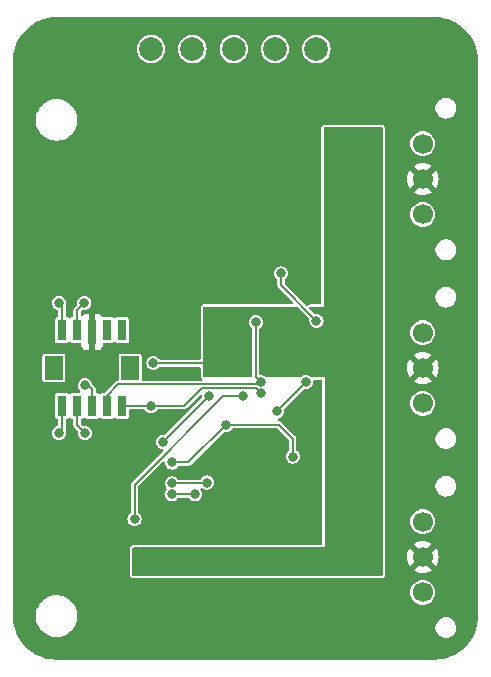
<source format=gbl>
%TF.GenerationSoftware,KiCad,Pcbnew,7.0.9*%
%TF.CreationDate,2023-11-28T01:13:51-06:00*%
%TF.ProjectId,Telemetry-Peripheral-SOM-Daughterboard-IMU,54656c65-6d65-4747-9279-2d5065726970,rev?*%
%TF.SameCoordinates,Original*%
%TF.FileFunction,Copper,L2,Bot*%
%TF.FilePolarity,Positive*%
%FSLAX46Y46*%
G04 Gerber Fmt 4.6, Leading zero omitted, Abs format (unit mm)*
G04 Created by KiCad (PCBNEW 7.0.9) date 2023-11-28 01:13:51*
%MOMM*%
%LPD*%
G01*
G04 APERTURE LIST*
%TA.AperFunction,ComponentPad*%
%ADD10C,1.700000*%
%TD*%
%TA.AperFunction,ComponentPad*%
%ADD11C,2.000000*%
%TD*%
%TA.AperFunction,SMDPad,CuDef*%
%ADD12R,0.800000X1.800000*%
%TD*%
%TA.AperFunction,SMDPad,CuDef*%
%ADD13R,0.800000X2.100000*%
%TD*%
%TA.AperFunction,SMDPad,CuDef*%
%ADD14R,1.550000X2.000000*%
%TD*%
%TA.AperFunction,ViaPad*%
%ADD15C,0.800000*%
%TD*%
%TA.AperFunction,Conductor*%
%ADD16C,0.200000*%
%TD*%
G04 APERTURE END LIST*
D10*
%TO.P,J4,1,Pin_1*%
%TO.N,+3.3V*%
X181000000Y-88000000D03*
%TO.P,J4,2,Pin_2*%
%TO.N,GND*%
X181000000Y-91000000D03*
%TO.P,J4,3,Pin_3*%
%TO.N,Net-(J4-Pin_3)*%
X181000000Y-94000000D03*
%TD*%
%TO.P,J3,1,Pin_1*%
%TO.N,+3.3V*%
X181000000Y-72000000D03*
%TO.P,J3,2,Pin_2*%
%TO.N,GND*%
X181000000Y-75000000D03*
%TO.P,J3,3,Pin_3*%
%TO.N,Net-(J3-Pin_3)*%
X181000000Y-78000000D03*
%TD*%
D11*
%TO.P,Airflow_SDA,1,1*%
%TO.N,/I2C1_SDA*%
X158000000Y-64000000D03*
%TD*%
%TO.P,Temp1,1,1*%
%TO.N,/SPI1_NSS*%
X161500000Y-64000000D03*
%TD*%
%TO.P,Temp3,1,1*%
%TO.N,/PA2*%
X168500000Y-64000000D03*
%TD*%
%TO.P,Airflow_SCL,1,1*%
%TO.N,/I2C1_SCL*%
X165000000Y-64000000D03*
%TD*%
D10*
%TO.P,J2,1,Pin_1*%
%TO.N,+3.3V*%
X181000000Y-104000000D03*
%TO.P,J2,2,Pin_2*%
%TO.N,GND*%
X181000000Y-107000000D03*
%TO.P,J2,3,Pin_3*%
%TO.N,Net-(J2-Pin_3)*%
X181000000Y-110000000D03*
%TD*%
D11*
%TO.P,Temp2,1,1*%
%TO.N,/PA1*%
X172000000Y-64000000D03*
%TD*%
D12*
%TO.P,IC1,1,VREG*%
%TO.N,Net-(IC1-VREG)*%
X150460000Y-87800000D03*
%TO.P,IC1,2,VIN*%
%TO.N,+3.3V*%
X151730000Y-87800000D03*
D13*
%TO.P,IC1,3,GND*%
%TO.N,GND*%
X153000000Y-87950000D03*
D12*
%TO.P,IC1,4,NC_1*%
%TO.N,unconnected-(IC1-NC_1-Pad4)*%
X154270000Y-87800000D03*
%TO.P,IC1,5,NC_2*%
%TO.N,unconnected-(IC1-NC_2-Pad5)*%
X155540000Y-87800000D03*
%TO.P,IC1,6,SDA*%
%TO.N,/I2C1_SDA*%
X155540000Y-94200000D03*
%TO.P,IC1,7,SCL*%
%TO.N,/I2C1_SCL*%
X154270000Y-94200000D03*
%TO.P,IC1,8,TP1*%
%TO.N,Net-(IC1-TP1)*%
X153000000Y-94200000D03*
%TO.P,IC1,9,TP2*%
%TO.N,Net-(IC1-TP2)*%
X151730000Y-94200000D03*
%TO.P,IC1,10,VCM*%
%TO.N,Net-(IC1-VCM)*%
X150460000Y-94200000D03*
D14*
%TO.P,IC1,MP1,MP1*%
%TO.N,unconnected-(IC1-PadMP1)*%
X149775000Y-91000000D03*
%TO.P,IC1,MP2,MP2*%
%TO.N,unconnected-(IC1-PadMP2)*%
X156225000Y-91000000D03*
%TD*%
D15*
%TO.N,+3.3V*%
X176550000Y-72000000D03*
X156931401Y-107500000D03*
X168500000Y-87000000D03*
X162800000Y-90600000D03*
X176500000Y-88000000D03*
X158200000Y-90600000D03*
X176500000Y-104000000D03*
X162750000Y-107500000D03*
X152350000Y-85500000D03*
%TO.N,GND*%
X181000000Y-99000000D03*
X147600000Y-63000000D03*
X146800000Y-109355637D03*
X146800000Y-67762558D03*
X149000000Y-100000000D03*
X158000000Y-111000000D03*
X149000000Y-105000000D03*
X185000000Y-89000000D03*
X185200000Y-112000000D03*
X156000000Y-68000000D03*
X149000000Y-83000000D03*
X184636073Y-113800000D03*
X149783830Y-61800000D03*
X146800000Y-112155637D03*
X181000000Y-83000000D03*
X181793828Y-61800000D03*
X179436073Y-115200000D03*
X168000000Y-102500000D03*
X178993828Y-61800000D03*
X149785528Y-115200000D03*
X170000000Y-78000000D03*
X178200000Y-66800000D03*
X170000000Y-68000000D03*
X147700000Y-114300000D03*
X183993828Y-62475222D03*
X181000000Y-66800000D03*
X152583830Y-61800000D03*
X184500000Y-70000000D03*
X165000000Y-111000000D03*
X185200000Y-67675222D03*
X185200000Y-109200000D03*
X152585528Y-115200000D03*
X163000000Y-68000000D03*
X156000000Y-78000000D03*
X174500000Y-68000000D03*
X163000000Y-78000000D03*
X146800000Y-64962558D03*
X149000000Y-78000000D03*
X185200000Y-64875222D03*
X182236073Y-115200000D03*
%TO.N,/I2C2_SDA*%
X156600000Y-103800000D03*
X165800000Y-93400000D03*
%TO.N,/SPI1_SCK*%
X159739515Y-101701471D03*
X161700000Y-101700000D03*
%TO.N,/I2C1_SCL*%
X167300000Y-92200000D03*
X166863641Y-87136359D03*
%TO.N,/SPI1_MISO*%
X162936460Y-93345689D03*
X159000000Y-97250000D03*
%TO.N,/I2C1_SDA*%
X167300000Y-93126503D03*
X158000000Y-94200000D03*
%TO.N,/SPI1_MOSI*%
X162726500Y-100700000D03*
X159747234Y-100775001D03*
%TO.N,/SPI1_NSS*%
X159773500Y-99000000D03*
X164350000Y-95800000D03*
X170000000Y-98500000D03*
%TO.N,Net-(IC1-VREG)*%
X150200000Y-85500000D03*
%TO.N,Net-(IC1-VCM)*%
X150200000Y-96500000D03*
%TO.N,Net-(IC1-TP2)*%
X152400000Y-96500000D03*
%TO.N,Net-(IC1-TP1)*%
X152400000Y-92450000D03*
%TO.N,/PA1*%
X171100000Y-92200000D03*
X168650000Y-94674502D03*
%TO.N,/PA2*%
X172000000Y-87000000D03*
X169000000Y-83000000D03*
%TD*%
D16*
%TO.N,+3.3V*%
X151730000Y-87800000D02*
X151730000Y-86120000D01*
X151730000Y-86120000D02*
X152350000Y-85500000D01*
X158200000Y-90600000D02*
X162800000Y-90600000D01*
%TO.N,/I2C2_SDA*%
X156600000Y-103800000D02*
X156600000Y-100900000D01*
X164100000Y-93400000D02*
X165800000Y-93400000D01*
X156600000Y-100900000D02*
X164100000Y-93400000D01*
X165800000Y-93463288D02*
X165800000Y-93400000D01*
%TO.N,/SPI1_SCK*%
X161700000Y-101700000D02*
X159740986Y-101700000D01*
X159740986Y-101700000D02*
X159739515Y-101701471D01*
%TO.N,/I2C1_SCL*%
X167300000Y-92200000D02*
X167108311Y-92391689D01*
X155235311Y-92391689D02*
X154270000Y-93357000D01*
X154270000Y-93357000D02*
X154270000Y-94200000D01*
X166863641Y-87136359D02*
X166863641Y-91763641D01*
X166863641Y-91763641D02*
X167300000Y-92200000D01*
X167108311Y-92391689D02*
X155235311Y-92391689D01*
%TO.N,/SPI1_MISO*%
X162904311Y-93345689D02*
X162936460Y-93345689D01*
X159000000Y-97250000D02*
X162904311Y-93345689D01*
%TO.N,/I2C1_SDA*%
X162281311Y-92718689D02*
X160800000Y-94200000D01*
X158000000Y-94200000D02*
X155540000Y-94200000D01*
X166892186Y-92718689D02*
X162281311Y-92718689D01*
X160800000Y-94200000D02*
X158000000Y-94200000D01*
X167300000Y-93126503D02*
X166892186Y-92718689D01*
%TO.N,/SPI1_MOSI*%
X159747234Y-100775001D02*
X162651499Y-100775001D01*
X162651499Y-100775001D02*
X162726500Y-100700000D01*
%TO.N,/SPI1_NSS*%
X161150000Y-99000000D02*
X164350000Y-95800000D01*
X168800000Y-95800000D02*
X164350000Y-95800000D01*
X159773500Y-99000000D02*
X161150000Y-99000000D01*
X170000000Y-97000000D02*
X168800000Y-95800000D01*
X170000000Y-98500000D02*
X170000000Y-97000000D01*
%TO.N,Net-(IC1-VREG)*%
X150460000Y-87800000D02*
X150460000Y-85760000D01*
X150460000Y-85760000D02*
X150200000Y-85500000D01*
%TO.N,Net-(IC1-VCM)*%
X150200000Y-96500000D02*
X150460000Y-96240000D01*
X150460000Y-96240000D02*
X150460000Y-94200000D01*
%TO.N,Net-(IC1-TP2)*%
X151730000Y-95830000D02*
X152400000Y-96500000D01*
X151730000Y-94200000D02*
X151730000Y-95830000D01*
%TO.N,Net-(IC1-TP1)*%
X152650000Y-92450000D02*
X153000000Y-92800000D01*
X153000000Y-92800000D02*
X153000000Y-94200000D01*
X152400000Y-92450000D02*
X152650000Y-92450000D01*
%TO.N,/PA1*%
X168650000Y-94674502D02*
X168650000Y-94650000D01*
X168650000Y-94650000D02*
X171100000Y-92200000D01*
%TO.N,/PA2*%
X169000000Y-84000000D02*
X169000000Y-83000000D01*
X172000000Y-87000000D02*
X169000000Y-84000000D01*
%TD*%
%TA.AperFunction,Conductor*%
%TO.N,GND*%
G36*
X182001513Y-61300575D02*
G01*
X182359571Y-61318165D01*
X182365624Y-61318760D01*
X182718724Y-61371138D01*
X182724676Y-61372321D01*
X183013435Y-61444651D01*
X183070953Y-61459059D01*
X183076774Y-61460824D01*
X183412867Y-61581081D01*
X183418486Y-61583409D01*
X183741181Y-61736031D01*
X183746539Y-61738894D01*
X184052713Y-61922408D01*
X184057775Y-61925790D01*
X184344494Y-62138436D01*
X184349198Y-62142296D01*
X184613699Y-62382025D01*
X184617974Y-62386300D01*
X184781782Y-62567035D01*
X184857701Y-62650799D01*
X184861563Y-62655505D01*
X185074209Y-62942224D01*
X185077591Y-62947286D01*
X185221726Y-63187761D01*
X185261098Y-63253448D01*
X185263968Y-63258818D01*
X185416590Y-63581513D01*
X185418920Y-63587137D01*
X185539173Y-63923220D01*
X185540940Y-63929046D01*
X185627674Y-64275304D01*
X185628861Y-64281275D01*
X185681238Y-64634370D01*
X185681834Y-64640428D01*
X185699425Y-64998486D01*
X185699500Y-65001529D01*
X185699500Y-111998470D01*
X185699425Y-112001513D01*
X185681834Y-112359571D01*
X185681238Y-112365629D01*
X185628861Y-112718724D01*
X185627674Y-112724695D01*
X185540940Y-113070953D01*
X185539173Y-113076779D01*
X185418920Y-113412862D01*
X185416590Y-113418486D01*
X185263968Y-113741181D01*
X185261098Y-113746551D01*
X185077591Y-114052713D01*
X185074209Y-114057775D01*
X184861563Y-114344494D01*
X184857701Y-114349200D01*
X184617989Y-114613684D01*
X184613689Y-114617983D01*
X184518751Y-114704029D01*
X184349200Y-114857701D01*
X184344494Y-114861563D01*
X184057775Y-115074209D01*
X184052713Y-115077591D01*
X183746551Y-115261098D01*
X183741181Y-115263968D01*
X183418486Y-115416590D01*
X183412862Y-115418920D01*
X183076779Y-115539173D01*
X183070953Y-115540940D01*
X182724695Y-115627674D01*
X182718724Y-115628861D01*
X182365629Y-115681238D01*
X182359571Y-115681834D01*
X182001514Y-115699425D01*
X181998471Y-115699500D01*
X150001529Y-115699500D01*
X149998486Y-115699425D01*
X149640428Y-115681834D01*
X149634370Y-115681238D01*
X149281275Y-115628861D01*
X149275307Y-115627674D01*
X149217188Y-115613116D01*
X148929046Y-115540940D01*
X148923220Y-115539173D01*
X148587137Y-115418920D01*
X148581513Y-115416590D01*
X148258818Y-115263968D01*
X148253453Y-115261101D01*
X147947286Y-115077591D01*
X147942224Y-115074209D01*
X147655505Y-114861563D01*
X147650799Y-114857701D01*
X147532295Y-114750296D01*
X147386300Y-114617974D01*
X147382025Y-114613699D01*
X147142296Y-114349198D01*
X147138436Y-114344494D01*
X146925790Y-114057775D01*
X146922408Y-114052713D01*
X146815804Y-113874855D01*
X146738894Y-113746539D01*
X146736031Y-113741181D01*
X146583409Y-113418486D01*
X146581079Y-113412862D01*
X146532248Y-113276390D01*
X146460824Y-113076774D01*
X146459059Y-113070953D01*
X146444651Y-113013435D01*
X146372321Y-112724676D01*
X146371138Y-112718724D01*
X146346525Y-112552795D01*
X146318760Y-112365624D01*
X146318165Y-112359571D01*
X146306960Y-112131489D01*
X148245500Y-112131489D01*
X148284690Y-112391503D01*
X148284692Y-112391509D01*
X148362202Y-112642788D01*
X148476295Y-112879705D01*
X148476297Y-112879707D01*
X148476298Y-112879710D01*
X148624430Y-113096980D01*
X148803290Y-113289746D01*
X149008883Y-113453701D01*
X149236616Y-113585183D01*
X149481402Y-113681254D01*
X149737772Y-113739769D01*
X149737778Y-113739769D01*
X149737781Y-113739770D01*
X149934340Y-113754500D01*
X149934346Y-113754500D01*
X150065660Y-113754500D01*
X150262218Y-113739770D01*
X150262220Y-113739769D01*
X150262228Y-113739769D01*
X150518598Y-113681254D01*
X150763384Y-113585183D01*
X150991117Y-113453701D01*
X151196710Y-113289746D01*
X151375570Y-113096980D01*
X151377950Y-113093489D01*
X182070500Y-113093489D01*
X182109374Y-113276384D01*
X182109376Y-113276390D01*
X182185427Y-113447199D01*
X182185429Y-113447204D01*
X182295330Y-113598469D01*
X182434286Y-113723586D01*
X182596213Y-113817074D01*
X182596215Y-113817075D01*
X182774044Y-113874855D01*
X182913380Y-113889500D01*
X182913385Y-113889500D01*
X183006615Y-113889500D01*
X183006620Y-113889500D01*
X183145956Y-113874855D01*
X183323785Y-113817075D01*
X183485715Y-113723585D01*
X183624669Y-113598470D01*
X183734573Y-113447200D01*
X183810625Y-113276385D01*
X183849500Y-113093490D01*
X183849500Y-112906510D01*
X183810625Y-112723615D01*
X183810623Y-112723609D01*
X183774638Y-112642788D01*
X183734573Y-112552800D01*
X183734570Y-112552796D01*
X183734570Y-112552795D01*
X183624669Y-112401530D01*
X183485713Y-112276413D01*
X183323786Y-112182925D01*
X183145960Y-112125146D01*
X183145958Y-112125145D01*
X183106145Y-112120960D01*
X183006620Y-112110500D01*
X182913380Y-112110500D01*
X182826295Y-112119653D01*
X182774041Y-112125145D01*
X182774039Y-112125146D01*
X182596213Y-112182925D01*
X182434286Y-112276413D01*
X182295330Y-112401530D01*
X182185429Y-112552795D01*
X182185427Y-112552800D01*
X182109376Y-112723609D01*
X182109374Y-112723615D01*
X182070500Y-112906510D01*
X182070500Y-113093489D01*
X151377950Y-113093489D01*
X151523702Y-112879710D01*
X151637798Y-112642788D01*
X151715308Y-112391508D01*
X151754500Y-112131482D01*
X151754500Y-111868518D01*
X151715308Y-111608492D01*
X151637798Y-111357212D01*
X151523702Y-111120290D01*
X151375570Y-110903020D01*
X151196710Y-110710254D01*
X150991117Y-110546299D01*
X150763384Y-110414817D01*
X150518598Y-110318746D01*
X150518593Y-110318744D01*
X150518584Y-110318742D01*
X150300501Y-110268966D01*
X150262228Y-110260231D01*
X150262227Y-110260230D01*
X150262223Y-110260230D01*
X150262218Y-110260229D01*
X150065660Y-110245500D01*
X150065654Y-110245500D01*
X149934346Y-110245500D01*
X149934340Y-110245500D01*
X149737781Y-110260229D01*
X149737776Y-110260230D01*
X149481415Y-110318742D01*
X149481396Y-110318748D01*
X149236615Y-110414817D01*
X149008883Y-110546299D01*
X148803290Y-110710254D01*
X148803288Y-110710256D01*
X148624430Y-110903019D01*
X148476295Y-111120294D01*
X148362202Y-111357211D01*
X148284692Y-111608490D01*
X148284690Y-111608496D01*
X148245500Y-111868510D01*
X148245500Y-112131489D01*
X146306960Y-112131489D01*
X146300575Y-112001512D01*
X146300500Y-111998470D01*
X146300500Y-110000000D01*
X179944417Y-110000000D01*
X179964699Y-110205932D01*
X179994734Y-110304944D01*
X180024768Y-110403954D01*
X180122315Y-110586450D01*
X180122317Y-110586452D01*
X180253589Y-110746410D01*
X180350209Y-110825702D01*
X180413550Y-110877685D01*
X180596046Y-110975232D01*
X180794066Y-111035300D01*
X180794065Y-111035300D01*
X180812529Y-111037118D01*
X181000000Y-111055583D01*
X181205934Y-111035300D01*
X181403954Y-110975232D01*
X181586450Y-110877685D01*
X181746410Y-110746410D01*
X181877685Y-110586450D01*
X181975232Y-110403954D01*
X182035300Y-110205934D01*
X182055583Y-110000000D01*
X182035300Y-109794066D01*
X181975232Y-109596046D01*
X181877685Y-109413550D01*
X181825702Y-109350209D01*
X181746410Y-109253589D01*
X181586452Y-109122317D01*
X181586453Y-109122317D01*
X181586450Y-109122315D01*
X181403954Y-109024768D01*
X181205934Y-108964700D01*
X181205932Y-108964699D01*
X181205934Y-108964699D01*
X181000000Y-108944417D01*
X180794067Y-108964699D01*
X180596043Y-109024769D01*
X180485898Y-109083643D01*
X180413550Y-109122315D01*
X180413548Y-109122316D01*
X180413547Y-109122317D01*
X180253589Y-109253589D01*
X180122317Y-109413547D01*
X180024769Y-109596043D01*
X179964699Y-109794067D01*
X179944417Y-110000000D01*
X146300500Y-110000000D01*
X146300500Y-96500001D01*
X149594318Y-96500001D01*
X149614955Y-96656760D01*
X149614956Y-96656762D01*
X149663006Y-96772766D01*
X149675464Y-96802841D01*
X149771718Y-96928282D01*
X149897159Y-97024536D01*
X150043238Y-97085044D01*
X150107392Y-97093490D01*
X150199999Y-97105682D01*
X150200000Y-97105682D01*
X150200001Y-97105682D01*
X150252254Y-97098802D01*
X150356762Y-97085044D01*
X150502841Y-97024536D01*
X150628282Y-96928282D01*
X150724536Y-96802841D01*
X150785044Y-96656762D01*
X150805682Y-96500000D01*
X150785044Y-96343238D01*
X150774230Y-96317131D01*
X150764923Y-96263950D01*
X150765377Y-96254124D01*
X150765379Y-96254118D01*
X150761094Y-96223405D01*
X150760500Y-96214831D01*
X150760500Y-95424500D01*
X150780185Y-95357461D01*
X150832989Y-95311706D01*
X150873857Y-95302815D01*
X150873688Y-95301097D01*
X150879742Y-95300500D01*
X150879748Y-95300500D01*
X150894568Y-95297552D01*
X150938229Y-95288868D01*
X150938229Y-95288867D01*
X150938231Y-95288867D01*
X151004552Y-95244552D01*
X151004553Y-95244551D01*
X151007319Y-95241786D01*
X151068642Y-95208301D01*
X151138334Y-95213285D01*
X151182681Y-95241786D01*
X151185446Y-95244551D01*
X151251769Y-95288867D01*
X151251770Y-95288868D01*
X151309852Y-95300420D01*
X151310252Y-95300500D01*
X151310257Y-95300500D01*
X151316312Y-95301097D01*
X151316065Y-95303602D01*
X151372539Y-95320185D01*
X151418294Y-95372989D01*
X151429500Y-95424500D01*
X151429500Y-95767158D01*
X151428905Y-95775732D01*
X151427227Y-95787763D01*
X151429434Y-95835509D01*
X151429500Y-95838372D01*
X151429500Y-95857845D01*
X151429993Y-95860482D01*
X151430982Y-95869015D01*
X151432415Y-95899991D01*
X151432416Y-95899997D01*
X151435214Y-95906334D01*
X151443664Y-95933620D01*
X151444937Y-95940429D01*
X151444937Y-95940430D01*
X151461260Y-95966793D01*
X151465263Y-95974386D01*
X151477794Y-96002765D01*
X151477795Y-96002766D01*
X151477796Y-96002768D01*
X151482689Y-96007661D01*
X151500435Y-96030065D01*
X151504077Y-96035948D01*
X151504080Y-96035951D01*
X151528826Y-96054639D01*
X151535311Y-96060282D01*
X151772101Y-96297072D01*
X151805586Y-96358395D01*
X151807359Y-96400938D01*
X151794318Y-96499998D01*
X151794318Y-96500001D01*
X151814955Y-96656760D01*
X151814956Y-96656762D01*
X151863006Y-96772766D01*
X151875464Y-96802841D01*
X151971718Y-96928282D01*
X152097159Y-97024536D01*
X152243238Y-97085044D01*
X152307392Y-97093490D01*
X152399999Y-97105682D01*
X152400000Y-97105682D01*
X152400001Y-97105682D01*
X152452254Y-97098802D01*
X152556762Y-97085044D01*
X152702841Y-97024536D01*
X152828282Y-96928282D01*
X152924536Y-96802841D01*
X152985044Y-96656762D01*
X153005682Y-96500000D01*
X152985044Y-96343238D01*
X152924536Y-96197159D01*
X152828282Y-96071718D01*
X152702841Y-95975464D01*
X152690748Y-95970455D01*
X152556762Y-95914956D01*
X152556760Y-95914955D01*
X152400001Y-95894318D01*
X152399999Y-95894318D01*
X152300938Y-95907359D01*
X152231902Y-95896593D01*
X152197072Y-95872101D01*
X152066819Y-95741848D01*
X152033334Y-95680525D01*
X152030500Y-95654167D01*
X152030500Y-95424500D01*
X152050185Y-95357461D01*
X152102989Y-95311706D01*
X152143857Y-95302815D01*
X152143688Y-95301097D01*
X152149742Y-95300500D01*
X152149748Y-95300500D01*
X152164568Y-95297552D01*
X152208229Y-95288868D01*
X152208229Y-95288867D01*
X152208231Y-95288867D01*
X152274552Y-95244552D01*
X152274553Y-95244551D01*
X152277319Y-95241786D01*
X152338642Y-95208301D01*
X152408334Y-95213285D01*
X152452681Y-95241786D01*
X152455446Y-95244551D01*
X152521769Y-95288867D01*
X152521770Y-95288868D01*
X152580247Y-95300499D01*
X152580250Y-95300500D01*
X152580252Y-95300500D01*
X153419750Y-95300500D01*
X153419751Y-95300499D01*
X153434568Y-95297552D01*
X153478229Y-95288868D01*
X153478229Y-95288867D01*
X153478231Y-95288867D01*
X153544552Y-95244552D01*
X153544553Y-95244551D01*
X153547319Y-95241786D01*
X153608642Y-95208301D01*
X153678334Y-95213285D01*
X153722681Y-95241786D01*
X153725446Y-95244551D01*
X153791769Y-95288867D01*
X153791770Y-95288868D01*
X153850247Y-95300499D01*
X153850250Y-95300500D01*
X153850252Y-95300500D01*
X154689750Y-95300500D01*
X154689751Y-95300499D01*
X154704568Y-95297552D01*
X154748229Y-95288868D01*
X154748229Y-95288867D01*
X154748231Y-95288867D01*
X154814552Y-95244552D01*
X154814553Y-95244551D01*
X154817319Y-95241786D01*
X154878642Y-95208301D01*
X154948334Y-95213285D01*
X154992681Y-95241786D01*
X154995446Y-95244551D01*
X155061769Y-95288867D01*
X155061770Y-95288868D01*
X155120247Y-95300499D01*
X155120250Y-95300500D01*
X155120252Y-95300500D01*
X155959750Y-95300500D01*
X155959751Y-95300499D01*
X155974568Y-95297552D01*
X156018229Y-95288868D01*
X156018229Y-95288867D01*
X156018231Y-95288867D01*
X156084552Y-95244552D01*
X156128867Y-95178231D01*
X156128867Y-95178229D01*
X156128868Y-95178229D01*
X156140499Y-95119752D01*
X156140500Y-95119750D01*
X156140500Y-94624500D01*
X156160185Y-94557461D01*
X156212989Y-94511706D01*
X156264500Y-94500500D01*
X157412518Y-94500500D01*
X157479557Y-94520185D01*
X157510892Y-94549013D01*
X157571718Y-94628282D01*
X157697159Y-94724536D01*
X157843238Y-94785044D01*
X157921619Y-94795363D01*
X157999999Y-94805682D01*
X158000000Y-94805682D01*
X158000001Y-94805682D01*
X158052254Y-94798802D01*
X158156762Y-94785044D01*
X158302841Y-94724536D01*
X158428282Y-94628282D01*
X158489106Y-94549013D01*
X158545534Y-94507811D01*
X158587482Y-94500500D01*
X160737159Y-94500500D01*
X160745733Y-94501095D01*
X160757761Y-94502772D01*
X160757761Y-94502771D01*
X160757765Y-94502773D01*
X160800920Y-94500778D01*
X160805510Y-94500566D01*
X160808373Y-94500500D01*
X160827843Y-94500500D01*
X160827844Y-94500500D01*
X160830469Y-94500009D01*
X160839021Y-94499016D01*
X160840245Y-94498959D01*
X160869992Y-94497585D01*
X160876322Y-94494789D01*
X160903629Y-94486332D01*
X160910433Y-94485061D01*
X160936797Y-94468736D01*
X160944392Y-94464733D01*
X160972765Y-94452206D01*
X160977661Y-94447309D01*
X161000069Y-94429561D01*
X161005952Y-94425919D01*
X161024649Y-94401158D01*
X161030266Y-94394703D01*
X162123721Y-93301249D01*
X162185043Y-93267765D01*
X162254735Y-93272749D01*
X162310668Y-93314621D01*
X162334340Y-93372746D01*
X162340079Y-93416340D01*
X162329313Y-93485376D01*
X162304821Y-93520206D01*
X159202926Y-96622101D01*
X159141603Y-96655586D01*
X159099060Y-96657359D01*
X159000001Y-96644318D01*
X158999999Y-96644318D01*
X158843239Y-96664955D01*
X158843237Y-96664956D01*
X158697160Y-96725463D01*
X158571718Y-96821718D01*
X158475463Y-96947160D01*
X158414956Y-97093237D01*
X158414955Y-97093239D01*
X158394318Y-97249998D01*
X158394318Y-97250001D01*
X158414955Y-97406760D01*
X158414956Y-97406762D01*
X158475464Y-97552841D01*
X158571718Y-97678282D01*
X158697159Y-97774536D01*
X158843238Y-97835044D01*
X158944533Y-97848379D01*
X159008428Y-97876645D01*
X159046900Y-97934969D01*
X159047732Y-98004834D01*
X159016028Y-98058999D01*
X156431948Y-100643080D01*
X156425464Y-100648722D01*
X156415768Y-100656044D01*
X156383559Y-100691374D01*
X156381585Y-100693442D01*
X156367827Y-100707200D01*
X156367822Y-100707206D01*
X156366306Y-100709420D01*
X156360976Y-100716148D01*
X156340083Y-100739066D01*
X156340083Y-100739067D01*
X156337578Y-100745533D01*
X156324259Y-100770802D01*
X156320345Y-100776515D01*
X156320343Y-100776521D01*
X156313244Y-100806699D01*
X156310702Y-100814907D01*
X156299500Y-100843826D01*
X156299500Y-100850751D01*
X156296206Y-100879141D01*
X156294621Y-100885877D01*
X156294621Y-100885881D01*
X156298905Y-100916590D01*
X156299500Y-100925166D01*
X156299500Y-103212518D01*
X156279815Y-103279557D01*
X156250986Y-103310894D01*
X156171719Y-103371716D01*
X156075463Y-103497160D01*
X156014956Y-103643237D01*
X156014955Y-103643239D01*
X155994318Y-103799998D01*
X155994318Y-103800001D01*
X156014955Y-103956760D01*
X156014956Y-103956762D01*
X156075464Y-104102841D01*
X156171718Y-104228282D01*
X156297159Y-104324536D01*
X156443238Y-104385044D01*
X156521619Y-104395363D01*
X156599999Y-104405682D01*
X156600000Y-104405682D01*
X156600001Y-104405682D01*
X156652254Y-104398802D01*
X156756762Y-104385044D01*
X156902841Y-104324536D01*
X157028282Y-104228282D01*
X157124536Y-104102841D01*
X157185044Y-103956762D01*
X157205682Y-103800000D01*
X157185044Y-103643238D01*
X157124536Y-103497159D01*
X157028282Y-103371718D01*
X157028280Y-103371717D01*
X157028280Y-103371716D01*
X156949014Y-103310894D01*
X156907811Y-103254466D01*
X156900500Y-103212518D01*
X156900500Y-101701472D01*
X159133833Y-101701472D01*
X159154470Y-101858231D01*
X159154471Y-101858233D01*
X159214979Y-102004312D01*
X159311233Y-102129753D01*
X159436674Y-102226007D01*
X159582753Y-102286515D01*
X159661134Y-102296834D01*
X159739514Y-102307153D01*
X159739515Y-102307153D01*
X159739516Y-102307153D01*
X159791769Y-102300273D01*
X159896277Y-102286515D01*
X160042356Y-102226007D01*
X160167797Y-102129753D01*
X160229750Y-102049013D01*
X160286178Y-102007811D01*
X160328126Y-102000500D01*
X161112518Y-102000500D01*
X161179557Y-102020185D01*
X161210892Y-102049013D01*
X161271718Y-102128282D01*
X161397159Y-102224536D01*
X161543238Y-102285044D01*
X161621619Y-102295363D01*
X161699999Y-102305682D01*
X161700000Y-102305682D01*
X161700001Y-102305682D01*
X161752254Y-102298802D01*
X161856762Y-102285044D01*
X162002841Y-102224536D01*
X162128282Y-102128282D01*
X162224536Y-102002841D01*
X162285044Y-101856762D01*
X162305682Y-101700000D01*
X162285044Y-101543238D01*
X162224536Y-101397159D01*
X162224535Y-101397158D01*
X162224535Y-101397157D01*
X162190679Y-101353036D01*
X162165484Y-101287867D01*
X162179522Y-101219422D01*
X162228335Y-101169432D01*
X162296426Y-101153768D01*
X162362177Y-101177404D01*
X162364540Y-101179173D01*
X162423657Y-101224535D01*
X162423658Y-101224535D01*
X162423659Y-101224536D01*
X162569738Y-101285044D01*
X162617516Y-101291334D01*
X162726499Y-101305682D01*
X162726500Y-101305682D01*
X162726501Y-101305682D01*
X162778754Y-101298802D01*
X162883262Y-101285044D01*
X163029341Y-101224536D01*
X163154782Y-101128282D01*
X163251036Y-101002841D01*
X163311544Y-100856762D01*
X163325302Y-100752254D01*
X163332182Y-100700001D01*
X163332182Y-100699998D01*
X163311544Y-100543239D01*
X163311544Y-100543238D01*
X163251036Y-100397159D01*
X163154782Y-100271718D01*
X163029341Y-100175464D01*
X162883262Y-100114956D01*
X162883260Y-100114955D01*
X162726501Y-100094318D01*
X162726499Y-100094318D01*
X162569739Y-100114955D01*
X162569737Y-100114956D01*
X162423660Y-100175463D01*
X162298218Y-100271718D01*
X162201963Y-100397160D01*
X162201636Y-100397951D01*
X162201178Y-100398518D01*
X162197901Y-100404196D01*
X162197015Y-100403684D01*
X162157796Y-100452356D01*
X162091503Y-100474422D01*
X162087074Y-100474501D01*
X160334716Y-100474501D01*
X160267677Y-100454816D01*
X160236340Y-100425987D01*
X160219619Y-100404196D01*
X160175516Y-100346719D01*
X160050075Y-100250465D01*
X159903996Y-100189957D01*
X159903994Y-100189956D01*
X159747235Y-100169319D01*
X159747233Y-100169319D01*
X159590473Y-100189956D01*
X159590471Y-100189957D01*
X159444394Y-100250464D01*
X159318952Y-100346719D01*
X159222697Y-100472161D01*
X159162190Y-100618238D01*
X159162189Y-100618240D01*
X159141552Y-100774999D01*
X159141552Y-100775002D01*
X159162189Y-100931761D01*
X159162190Y-100931763D01*
X159222698Y-101077843D01*
X159283990Y-101157720D01*
X159309184Y-101222889D01*
X159295146Y-101291334D01*
X159283990Y-101308692D01*
X159214979Y-101398628D01*
X159154471Y-101544708D01*
X159154470Y-101544710D01*
X159133833Y-101701469D01*
X159133833Y-101701472D01*
X156900500Y-101701472D01*
X156900500Y-101075833D01*
X156920185Y-101008794D01*
X156936819Y-100988152D01*
X158961766Y-98963204D01*
X159023089Y-98929719D01*
X159092781Y-98934703D01*
X159148714Y-98976575D01*
X159172386Y-99034699D01*
X159188456Y-99156761D01*
X159188456Y-99156762D01*
X159248021Y-99300566D01*
X159248964Y-99302841D01*
X159345218Y-99428282D01*
X159470659Y-99524536D01*
X159616738Y-99585044D01*
X159695119Y-99595363D01*
X159773499Y-99605682D01*
X159773500Y-99605682D01*
X159773501Y-99605682D01*
X159825754Y-99598802D01*
X159930262Y-99585044D01*
X160076341Y-99524536D01*
X160201782Y-99428282D01*
X160262606Y-99349013D01*
X160319034Y-99307811D01*
X160360982Y-99300500D01*
X161087159Y-99300500D01*
X161095733Y-99301095D01*
X161107761Y-99302772D01*
X161107761Y-99302771D01*
X161107765Y-99302773D01*
X161150920Y-99300778D01*
X161155510Y-99300566D01*
X161158373Y-99300500D01*
X161177843Y-99300500D01*
X161177844Y-99300500D01*
X161180469Y-99300009D01*
X161189021Y-99299016D01*
X161190245Y-99298959D01*
X161219992Y-99297585D01*
X161226322Y-99294789D01*
X161253629Y-99286332D01*
X161260433Y-99285061D01*
X161286797Y-99268736D01*
X161294392Y-99264733D01*
X161322765Y-99252206D01*
X161327661Y-99247309D01*
X161350069Y-99229561D01*
X161355952Y-99225919D01*
X161374649Y-99201158D01*
X161380266Y-99194703D01*
X164147073Y-96427896D01*
X164208394Y-96394413D01*
X164250936Y-96392640D01*
X164350000Y-96405682D01*
X164350001Y-96405682D01*
X164402254Y-96398802D01*
X164506762Y-96385044D01*
X164652841Y-96324536D01*
X164778282Y-96228282D01*
X164839106Y-96149013D01*
X164895534Y-96107811D01*
X164937482Y-96100500D01*
X168624167Y-96100500D01*
X168691206Y-96120185D01*
X168711848Y-96136819D01*
X169663181Y-97088152D01*
X169696666Y-97149475D01*
X169699500Y-97175833D01*
X169699500Y-97912518D01*
X169679815Y-97979557D01*
X169650986Y-98010894D01*
X169571719Y-98071716D01*
X169475463Y-98197160D01*
X169414956Y-98343237D01*
X169414955Y-98343239D01*
X169394318Y-98499998D01*
X169394318Y-98500001D01*
X169414955Y-98656760D01*
X169414956Y-98656762D01*
X169475464Y-98802841D01*
X169571718Y-98928282D01*
X169697159Y-99024536D01*
X169843238Y-99085044D01*
X169921619Y-99095363D01*
X169999999Y-99105682D01*
X170000000Y-99105682D01*
X170000001Y-99105682D01*
X170052254Y-99098802D01*
X170156762Y-99085044D01*
X170302841Y-99024536D01*
X170428282Y-98928282D01*
X170524536Y-98802841D01*
X170585044Y-98656762D01*
X170605682Y-98500000D01*
X170585044Y-98343238D01*
X170524536Y-98197159D01*
X170428282Y-98071718D01*
X170428280Y-98071717D01*
X170428280Y-98071716D01*
X170349014Y-98010894D01*
X170307811Y-97954466D01*
X170300500Y-97912518D01*
X170300500Y-97062838D01*
X170301095Y-97054262D01*
X170302771Y-97042239D01*
X170302773Y-97042235D01*
X170300566Y-96994490D01*
X170300500Y-96991627D01*
X170300500Y-96972159D01*
X170300499Y-96972153D01*
X170300009Y-96969533D01*
X170299016Y-96960980D01*
X170298377Y-96947159D01*
X170297585Y-96930008D01*
X170294788Y-96923675D01*
X170286332Y-96896368D01*
X170285061Y-96889567D01*
X170268736Y-96863202D01*
X170264735Y-96855612D01*
X170252206Y-96827235D01*
X170247309Y-96822338D01*
X170229563Y-96799934D01*
X170225918Y-96794047D01*
X170201172Y-96775360D01*
X170194694Y-96769723D01*
X169056922Y-95631951D01*
X169051278Y-95625465D01*
X169043956Y-95615770D01*
X169008624Y-95583560D01*
X169006573Y-95581602D01*
X168992797Y-95567826D01*
X168990586Y-95566311D01*
X168983853Y-95560978D01*
X168960933Y-95540084D01*
X168954470Y-95537580D01*
X168929192Y-95524256D01*
X168923481Y-95520344D01*
X168923478Y-95520343D01*
X168923479Y-95520343D01*
X168893302Y-95513244D01*
X168885094Y-95510703D01*
X168856173Y-95499500D01*
X168850851Y-95499500D01*
X168783812Y-95479815D01*
X168738057Y-95427011D01*
X168728113Y-95357853D01*
X168757138Y-95294297D01*
X168803398Y-95260939D01*
X168806760Y-95259546D01*
X168806762Y-95259546D01*
X168952841Y-95199038D01*
X169078282Y-95102784D01*
X169174536Y-94977343D01*
X169235044Y-94831264D01*
X169255682Y-94674502D01*
X169239789Y-94553785D01*
X169250554Y-94484754D01*
X169275044Y-94449925D01*
X170897073Y-92827896D01*
X170958394Y-92794413D01*
X171000936Y-92792640D01*
X171100000Y-92805682D01*
X171100001Y-92805682D01*
X171152254Y-92798802D01*
X171256762Y-92785044D01*
X171402841Y-92724536D01*
X171528282Y-92628282D01*
X171624536Y-92502841D01*
X171685044Y-92356762D01*
X171705682Y-92200000D01*
X171698531Y-92145684D01*
X171709296Y-92076651D01*
X171755676Y-92024395D01*
X171821470Y-92005500D01*
X172370500Y-92005500D01*
X172437539Y-92025185D01*
X172483294Y-92077989D01*
X172494500Y-92129500D01*
X172494500Y-105870500D01*
X172474815Y-105937539D01*
X172422011Y-105983294D01*
X172370500Y-105994500D01*
X156523992Y-105994500D01*
X156480313Y-105999197D01*
X156428807Y-106010402D01*
X156418629Y-106012889D01*
X156418624Y-106012891D01*
X156337916Y-106055899D01*
X156337913Y-106055901D01*
X156293244Y-106094607D01*
X156285111Y-106101655D01*
X156267159Y-106119243D01*
X156267154Y-106119249D01*
X156222511Y-106199059D01*
X156222509Y-106199064D01*
X156202826Y-106266096D01*
X156202825Y-106266101D01*
X156202825Y-106266102D01*
X156194728Y-106322419D01*
X156194500Y-106324003D01*
X156194500Y-108476007D01*
X156199197Y-108519686D01*
X156210402Y-108571193D01*
X156212889Y-108581370D01*
X156212890Y-108581373D01*
X156255900Y-108662085D01*
X156301655Y-108714889D01*
X156319246Y-108732843D01*
X156319247Y-108732844D01*
X156319249Y-108732845D01*
X156399059Y-108777488D01*
X156399063Y-108777490D01*
X156466102Y-108797175D01*
X156524000Y-108805500D01*
X156524004Y-108805500D01*
X177475991Y-108805500D01*
X177476000Y-108805500D01*
X177519684Y-108800803D01*
X177545439Y-108795200D01*
X177571193Y-108789598D01*
X177575374Y-108788575D01*
X177581373Y-108787110D01*
X177662085Y-108744100D01*
X177714889Y-108698345D01*
X177732843Y-108680754D01*
X177777490Y-108600937D01*
X177797175Y-108533898D01*
X177805500Y-108476000D01*
X177805500Y-107000001D01*
X179644843Y-107000001D01*
X179665430Y-107235315D01*
X179665432Y-107235326D01*
X179726566Y-107463483D01*
X179726570Y-107463492D01*
X179826400Y-107677579D01*
X179826402Y-107677583D01*
X179885072Y-107761373D01*
X179885073Y-107761373D01*
X180508866Y-107137580D01*
X180531318Y-107214040D01*
X180610605Y-107337413D01*
X180721438Y-107433451D01*
X180854839Y-107494373D01*
X180858633Y-107494918D01*
X180238625Y-108114925D01*
X180322421Y-108173599D01*
X180536507Y-108273429D01*
X180536516Y-108273433D01*
X180764673Y-108334567D01*
X180764684Y-108334569D01*
X180999998Y-108355157D01*
X181000002Y-108355157D01*
X181235315Y-108334569D01*
X181235326Y-108334567D01*
X181463483Y-108273433D01*
X181463492Y-108273429D01*
X181677578Y-108173600D01*
X181677582Y-108173598D01*
X181761373Y-108114926D01*
X181761373Y-108114925D01*
X181141365Y-107494918D01*
X181145161Y-107494373D01*
X181278562Y-107433451D01*
X181389395Y-107337413D01*
X181468682Y-107214040D01*
X181491133Y-107137580D01*
X182114925Y-107761373D01*
X182114926Y-107761373D01*
X182173598Y-107677582D01*
X182173600Y-107677578D01*
X182273429Y-107463492D01*
X182273433Y-107463483D01*
X182334567Y-107235326D01*
X182334569Y-107235315D01*
X182355157Y-107000001D01*
X182355157Y-106999998D01*
X182334569Y-106764684D01*
X182334567Y-106764673D01*
X182273433Y-106536516D01*
X182273429Y-106536507D01*
X182173600Y-106322423D01*
X182173599Y-106322421D01*
X182114925Y-106238626D01*
X182114925Y-106238625D01*
X181491132Y-106862418D01*
X181468682Y-106785960D01*
X181389395Y-106662587D01*
X181278562Y-106566549D01*
X181145161Y-106505627D01*
X181141366Y-106505081D01*
X181761373Y-105885073D01*
X181761373Y-105885072D01*
X181677583Y-105826402D01*
X181677579Y-105826400D01*
X181463492Y-105726570D01*
X181463483Y-105726566D01*
X181235326Y-105665432D01*
X181235315Y-105665430D01*
X181000002Y-105644843D01*
X180999998Y-105644843D01*
X180764684Y-105665430D01*
X180764673Y-105665432D01*
X180536516Y-105726566D01*
X180536507Y-105726570D01*
X180322419Y-105826401D01*
X180238625Y-105885072D01*
X180858634Y-106505081D01*
X180854839Y-106505627D01*
X180721438Y-106566549D01*
X180610605Y-106662587D01*
X180531318Y-106785960D01*
X180508867Y-106862419D01*
X179885073Y-106238625D01*
X179885072Y-106238625D01*
X179826401Y-106322419D01*
X179726570Y-106536507D01*
X179726566Y-106536516D01*
X179665432Y-106764673D01*
X179665430Y-106764684D01*
X179644843Y-106999998D01*
X179644843Y-107000001D01*
X177805500Y-107000001D01*
X177805500Y-104000000D01*
X179944417Y-104000000D01*
X179964699Y-104205932D01*
X179964700Y-104205934D01*
X180024768Y-104403954D01*
X180122315Y-104586450D01*
X180122317Y-104586452D01*
X180253589Y-104746410D01*
X180350209Y-104825702D01*
X180413550Y-104877685D01*
X180596046Y-104975232D01*
X180794066Y-105035300D01*
X180794065Y-105035300D01*
X180812529Y-105037118D01*
X181000000Y-105055583D01*
X181205934Y-105035300D01*
X181403954Y-104975232D01*
X181586450Y-104877685D01*
X181746410Y-104746410D01*
X181877685Y-104586450D01*
X181975232Y-104403954D01*
X182035300Y-104205934D01*
X182055583Y-104000000D01*
X182035300Y-103794066D01*
X181975232Y-103596046D01*
X181877685Y-103413550D01*
X181793438Y-103310894D01*
X181746410Y-103253589D01*
X181586452Y-103122317D01*
X181586453Y-103122317D01*
X181586450Y-103122315D01*
X181403954Y-103024768D01*
X181205934Y-102964700D01*
X181205932Y-102964699D01*
X181205934Y-102964699D01*
X181000000Y-102944417D01*
X180794067Y-102964699D01*
X180596043Y-103024769D01*
X180485898Y-103083643D01*
X180413550Y-103122315D01*
X180413548Y-103122316D01*
X180413547Y-103122317D01*
X180253589Y-103253589D01*
X180122317Y-103413547D01*
X180024769Y-103596043D01*
X179964699Y-103794067D01*
X179944417Y-104000000D01*
X177805500Y-104000000D01*
X177805500Y-101093490D01*
X182070500Y-101093490D01*
X182075063Y-101114956D01*
X182109374Y-101276384D01*
X182109376Y-101276390D01*
X182185427Y-101447199D01*
X182185429Y-101447204D01*
X182295330Y-101598469D01*
X182434286Y-101723586D01*
X182596213Y-101817074D01*
X182596215Y-101817075D01*
X182774044Y-101874855D01*
X182913380Y-101889500D01*
X182913385Y-101889500D01*
X183006615Y-101889500D01*
X183006620Y-101889500D01*
X183145956Y-101874855D01*
X183323785Y-101817075D01*
X183485715Y-101723585D01*
X183624669Y-101598470D01*
X183734573Y-101447200D01*
X183810625Y-101276385D01*
X183849500Y-101093490D01*
X183849500Y-100906510D01*
X183810625Y-100723615D01*
X183810623Y-100723609D01*
X183763708Y-100618238D01*
X183734573Y-100552800D01*
X183734570Y-100552796D01*
X183734570Y-100552795D01*
X183624669Y-100401530D01*
X183485713Y-100276413D01*
X183323786Y-100182925D01*
X183145960Y-100125146D01*
X183145958Y-100125145D01*
X183106145Y-100120960D01*
X183006620Y-100110500D01*
X182913380Y-100110500D01*
X182826295Y-100119653D01*
X182774041Y-100125145D01*
X182774039Y-100125146D01*
X182596213Y-100182925D01*
X182434286Y-100276413D01*
X182295330Y-100401530D01*
X182185429Y-100552795D01*
X182185427Y-100552800D01*
X182109376Y-100723609D01*
X182109374Y-100723615D01*
X182081074Y-100856762D01*
X182070500Y-100906510D01*
X182070500Y-101093490D01*
X177805500Y-101093490D01*
X177805500Y-97093490D01*
X182070500Y-97093490D01*
X182077085Y-97124471D01*
X182109374Y-97276384D01*
X182109376Y-97276390D01*
X182185427Y-97447199D01*
X182185429Y-97447204D01*
X182295330Y-97598469D01*
X182434286Y-97723586D01*
X182522535Y-97774536D01*
X182596215Y-97817075D01*
X182774044Y-97874855D01*
X182913380Y-97889500D01*
X182913385Y-97889500D01*
X183006615Y-97889500D01*
X183006620Y-97889500D01*
X183145956Y-97874855D01*
X183323785Y-97817075D01*
X183485715Y-97723585D01*
X183624669Y-97598470D01*
X183734573Y-97447200D01*
X183810625Y-97276385D01*
X183849500Y-97093490D01*
X183849500Y-96906510D01*
X183810625Y-96723615D01*
X183810623Y-96723609D01*
X183780073Y-96654996D01*
X183734573Y-96552800D01*
X183734570Y-96552796D01*
X183734570Y-96552795D01*
X183624669Y-96401530D01*
X183485713Y-96276413D01*
X183323786Y-96182925D01*
X183145960Y-96125146D01*
X183145958Y-96125145D01*
X183098765Y-96120185D01*
X183006620Y-96110500D01*
X182913380Y-96110500D01*
X182826295Y-96119653D01*
X182774041Y-96125145D01*
X182774039Y-96125146D01*
X182596213Y-96182925D01*
X182434286Y-96276413D01*
X182295330Y-96401530D01*
X182185429Y-96552795D01*
X182185427Y-96552800D01*
X182109376Y-96723609D01*
X182109374Y-96723615D01*
X182074101Y-96889567D01*
X182070500Y-96906510D01*
X182070500Y-97093490D01*
X177805500Y-97093490D01*
X177805500Y-94000000D01*
X179944417Y-94000000D01*
X179964699Y-94205932D01*
X179964700Y-94205934D01*
X180024768Y-94403954D01*
X180122315Y-94586450D01*
X180122317Y-94586452D01*
X180253589Y-94746410D01*
X180350209Y-94825702D01*
X180413550Y-94877685D01*
X180596046Y-94975232D01*
X180794066Y-95035300D01*
X180794065Y-95035300D01*
X180812529Y-95037118D01*
X181000000Y-95055583D01*
X181205934Y-95035300D01*
X181403954Y-94975232D01*
X181586450Y-94877685D01*
X181746410Y-94746410D01*
X181877685Y-94586450D01*
X181975232Y-94403954D01*
X182035300Y-94205934D01*
X182055583Y-94000000D01*
X182035300Y-93794066D01*
X181975232Y-93596046D01*
X181877685Y-93413550D01*
X181796497Y-93314621D01*
X181746410Y-93253589D01*
X181600113Y-93133528D01*
X181586450Y-93122315D01*
X181403954Y-93024768D01*
X181205934Y-92964700D01*
X181205932Y-92964699D01*
X181205934Y-92964699D01*
X181000000Y-92944417D01*
X180794067Y-92964699D01*
X180596043Y-93024769D01*
X180538210Y-93055682D01*
X180413550Y-93122315D01*
X180413548Y-93122316D01*
X180413547Y-93122317D01*
X180253589Y-93253589D01*
X180122317Y-93413547D01*
X180024769Y-93596043D01*
X179964699Y-93794067D01*
X179944417Y-94000000D01*
X177805500Y-94000000D01*
X177805500Y-91000001D01*
X179644843Y-91000001D01*
X179665430Y-91235315D01*
X179665432Y-91235326D01*
X179726566Y-91463483D01*
X179726570Y-91463492D01*
X179826400Y-91677579D01*
X179826402Y-91677583D01*
X179885072Y-91761373D01*
X179885073Y-91761373D01*
X180508866Y-91137580D01*
X180531318Y-91214040D01*
X180610605Y-91337413D01*
X180721438Y-91433451D01*
X180854839Y-91494373D01*
X180858633Y-91494918D01*
X180238625Y-92114925D01*
X180322421Y-92173599D01*
X180536507Y-92273429D01*
X180536516Y-92273433D01*
X180764673Y-92334567D01*
X180764684Y-92334569D01*
X180999998Y-92355157D01*
X181000002Y-92355157D01*
X181235315Y-92334569D01*
X181235326Y-92334567D01*
X181463483Y-92273433D01*
X181463492Y-92273429D01*
X181677578Y-92173600D01*
X181677582Y-92173598D01*
X181761373Y-92114926D01*
X181761373Y-92114925D01*
X181141365Y-91494918D01*
X181145161Y-91494373D01*
X181278562Y-91433451D01*
X181389395Y-91337413D01*
X181468682Y-91214040D01*
X181491133Y-91137580D01*
X182114925Y-91761373D01*
X182114926Y-91761373D01*
X182173598Y-91677582D01*
X182173600Y-91677578D01*
X182273429Y-91463492D01*
X182273433Y-91463483D01*
X182334567Y-91235326D01*
X182334569Y-91235315D01*
X182355157Y-91000001D01*
X182355157Y-90999998D01*
X182334569Y-90764684D01*
X182334567Y-90764673D01*
X182273433Y-90536516D01*
X182273429Y-90536507D01*
X182173600Y-90322423D01*
X182173599Y-90322421D01*
X182114925Y-90238626D01*
X182114925Y-90238625D01*
X181491132Y-90862418D01*
X181468682Y-90785960D01*
X181389395Y-90662587D01*
X181278562Y-90566549D01*
X181145161Y-90505627D01*
X181141366Y-90505081D01*
X181761373Y-89885073D01*
X181761373Y-89885072D01*
X181677583Y-89826402D01*
X181677579Y-89826400D01*
X181463492Y-89726570D01*
X181463483Y-89726566D01*
X181235326Y-89665432D01*
X181235315Y-89665430D01*
X181000002Y-89644843D01*
X180999998Y-89644843D01*
X180764684Y-89665430D01*
X180764673Y-89665432D01*
X180536516Y-89726566D01*
X180536507Y-89726570D01*
X180322419Y-89826401D01*
X180238625Y-89885072D01*
X180858634Y-90505081D01*
X180854839Y-90505627D01*
X180721438Y-90566549D01*
X180610605Y-90662587D01*
X180531318Y-90785960D01*
X180508867Y-90862419D01*
X179885073Y-90238625D01*
X179885072Y-90238625D01*
X179826401Y-90322419D01*
X179726570Y-90536507D01*
X179726566Y-90536516D01*
X179665432Y-90764673D01*
X179665430Y-90764684D01*
X179644843Y-90999998D01*
X179644843Y-91000001D01*
X177805500Y-91000001D01*
X177805500Y-88000000D01*
X179944417Y-88000000D01*
X179964699Y-88205932D01*
X179964700Y-88205934D01*
X180024768Y-88403954D01*
X180122315Y-88586450D01*
X180122317Y-88586452D01*
X180253589Y-88746410D01*
X180292364Y-88778231D01*
X180413550Y-88877685D01*
X180596046Y-88975232D01*
X180794066Y-89035300D01*
X180794065Y-89035300D01*
X180812529Y-89037118D01*
X181000000Y-89055583D01*
X181205934Y-89035300D01*
X181403954Y-88975232D01*
X181586450Y-88877685D01*
X181746410Y-88746410D01*
X181877685Y-88586450D01*
X181975232Y-88403954D01*
X182035300Y-88205934D01*
X182055583Y-88000000D01*
X182035300Y-87794066D01*
X181975232Y-87596046D01*
X181877685Y-87413550D01*
X181825702Y-87350209D01*
X181746410Y-87253589D01*
X181586452Y-87122317D01*
X181586453Y-87122317D01*
X181586450Y-87122315D01*
X181403954Y-87024768D01*
X181205934Y-86964700D01*
X181205932Y-86964699D01*
X181205934Y-86964699D01*
X181000000Y-86944417D01*
X180794067Y-86964699D01*
X180596043Y-87024769D01*
X180485898Y-87083643D01*
X180413550Y-87122315D01*
X180413548Y-87122316D01*
X180413547Y-87122317D01*
X180253589Y-87253589D01*
X180122317Y-87413547D01*
X180024769Y-87596043D01*
X179964699Y-87794067D01*
X179944417Y-88000000D01*
X177805500Y-88000000D01*
X177805500Y-85093489D01*
X182070500Y-85093489D01*
X182109374Y-85276384D01*
X182109376Y-85276390D01*
X182165168Y-85401698D01*
X182184065Y-85444142D01*
X182185427Y-85447199D01*
X182185429Y-85447204D01*
X182292771Y-85594947D01*
X182295331Y-85598470D01*
X182305662Y-85607772D01*
X182434286Y-85723586D01*
X182596213Y-85817074D01*
X182596215Y-85817075D01*
X182774044Y-85874855D01*
X182913380Y-85889500D01*
X182913385Y-85889500D01*
X183006615Y-85889500D01*
X183006620Y-85889500D01*
X183145956Y-85874855D01*
X183323785Y-85817075D01*
X183485715Y-85723585D01*
X183624669Y-85598470D01*
X183734573Y-85447200D01*
X183810625Y-85276385D01*
X183849500Y-85093490D01*
X183849500Y-84906510D01*
X183810625Y-84723615D01*
X183810623Y-84723609D01*
X183780073Y-84654996D01*
X183734573Y-84552800D01*
X183734570Y-84552796D01*
X183734570Y-84552795D01*
X183624669Y-84401530D01*
X183485713Y-84276413D01*
X183323786Y-84182925D01*
X183145960Y-84125146D01*
X183145958Y-84125145D01*
X183106145Y-84120960D01*
X183006620Y-84110500D01*
X182913380Y-84110500D01*
X182826295Y-84119653D01*
X182774041Y-84125145D01*
X182774039Y-84125146D01*
X182596213Y-84182925D01*
X182434286Y-84276413D01*
X182295330Y-84401530D01*
X182185429Y-84552795D01*
X182185427Y-84552800D01*
X182109376Y-84723609D01*
X182109374Y-84723615D01*
X182070500Y-84906510D01*
X182070500Y-85093489D01*
X177805500Y-85093489D01*
X177805500Y-81093489D01*
X182070500Y-81093489D01*
X182109374Y-81276384D01*
X182109376Y-81276390D01*
X182185427Y-81447199D01*
X182185429Y-81447204D01*
X182295330Y-81598469D01*
X182434286Y-81723586D01*
X182596213Y-81817074D01*
X182596215Y-81817075D01*
X182774044Y-81874855D01*
X182913380Y-81889500D01*
X182913385Y-81889500D01*
X183006615Y-81889500D01*
X183006620Y-81889500D01*
X183145956Y-81874855D01*
X183323785Y-81817075D01*
X183485715Y-81723585D01*
X183624669Y-81598470D01*
X183734573Y-81447200D01*
X183810625Y-81276385D01*
X183849500Y-81093490D01*
X183849500Y-80906510D01*
X183810625Y-80723615D01*
X183810623Y-80723609D01*
X183780073Y-80654996D01*
X183734573Y-80552800D01*
X183734570Y-80552796D01*
X183734570Y-80552795D01*
X183624669Y-80401530D01*
X183485713Y-80276413D01*
X183323786Y-80182925D01*
X183145960Y-80125146D01*
X183145958Y-80125145D01*
X183106145Y-80120960D01*
X183006620Y-80110500D01*
X182913380Y-80110500D01*
X182826295Y-80119653D01*
X182774041Y-80125145D01*
X182774039Y-80125146D01*
X182596213Y-80182925D01*
X182434286Y-80276413D01*
X182295330Y-80401530D01*
X182185429Y-80552795D01*
X182185427Y-80552800D01*
X182109376Y-80723609D01*
X182109374Y-80723615D01*
X182070500Y-80906510D01*
X182070500Y-81093489D01*
X177805500Y-81093489D01*
X177805500Y-78000000D01*
X179944417Y-78000000D01*
X179964699Y-78205932D01*
X179964700Y-78205934D01*
X180024768Y-78403954D01*
X180122315Y-78586450D01*
X180122317Y-78586452D01*
X180253589Y-78746410D01*
X180350209Y-78825702D01*
X180413550Y-78877685D01*
X180596046Y-78975232D01*
X180794066Y-79035300D01*
X180794065Y-79035300D01*
X180812529Y-79037118D01*
X181000000Y-79055583D01*
X181205934Y-79035300D01*
X181403954Y-78975232D01*
X181586450Y-78877685D01*
X181746410Y-78746410D01*
X181877685Y-78586450D01*
X181975232Y-78403954D01*
X182035300Y-78205934D01*
X182055583Y-78000000D01*
X182035300Y-77794066D01*
X181975232Y-77596046D01*
X181877685Y-77413550D01*
X181825702Y-77350209D01*
X181746410Y-77253589D01*
X181586452Y-77122317D01*
X181586453Y-77122317D01*
X181586450Y-77122315D01*
X181403954Y-77024768D01*
X181205934Y-76964700D01*
X181205932Y-76964699D01*
X181205934Y-76964699D01*
X181000000Y-76944417D01*
X180794067Y-76964699D01*
X180596043Y-77024769D01*
X180485898Y-77083643D01*
X180413550Y-77122315D01*
X180413548Y-77122316D01*
X180413547Y-77122317D01*
X180253589Y-77253589D01*
X180122317Y-77413547D01*
X180024769Y-77596043D01*
X179964699Y-77794067D01*
X179944417Y-78000000D01*
X177805500Y-78000000D01*
X177805500Y-75000001D01*
X179644843Y-75000001D01*
X179665430Y-75235315D01*
X179665432Y-75235326D01*
X179726566Y-75463483D01*
X179726570Y-75463492D01*
X179826400Y-75677579D01*
X179826402Y-75677583D01*
X179885072Y-75761373D01*
X179885073Y-75761373D01*
X180508866Y-75137580D01*
X180531318Y-75214040D01*
X180610605Y-75337413D01*
X180721438Y-75433451D01*
X180854839Y-75494373D01*
X180858633Y-75494918D01*
X180238625Y-76114925D01*
X180322421Y-76173599D01*
X180536507Y-76273429D01*
X180536516Y-76273433D01*
X180764673Y-76334567D01*
X180764684Y-76334569D01*
X180999998Y-76355157D01*
X181000002Y-76355157D01*
X181235315Y-76334569D01*
X181235326Y-76334567D01*
X181463483Y-76273433D01*
X181463492Y-76273429D01*
X181677578Y-76173600D01*
X181677582Y-76173598D01*
X181761373Y-76114926D01*
X181761373Y-76114925D01*
X181141365Y-75494918D01*
X181145161Y-75494373D01*
X181278562Y-75433451D01*
X181389395Y-75337413D01*
X181468682Y-75214040D01*
X181491133Y-75137580D01*
X182114925Y-75761373D01*
X182114926Y-75761373D01*
X182173598Y-75677582D01*
X182173600Y-75677578D01*
X182273429Y-75463492D01*
X182273433Y-75463483D01*
X182334567Y-75235326D01*
X182334569Y-75235315D01*
X182355157Y-75000001D01*
X182355157Y-74999998D01*
X182334569Y-74764684D01*
X182334567Y-74764673D01*
X182273433Y-74536516D01*
X182273429Y-74536507D01*
X182173600Y-74322423D01*
X182173599Y-74322421D01*
X182114925Y-74238626D01*
X182114925Y-74238625D01*
X181491132Y-74862418D01*
X181468682Y-74785960D01*
X181389395Y-74662587D01*
X181278562Y-74566549D01*
X181145161Y-74505627D01*
X181141366Y-74505081D01*
X181761373Y-73885073D01*
X181761373Y-73885072D01*
X181677583Y-73826402D01*
X181677579Y-73826400D01*
X181463492Y-73726570D01*
X181463483Y-73726566D01*
X181235326Y-73665432D01*
X181235315Y-73665430D01*
X181000002Y-73644843D01*
X180999998Y-73644843D01*
X180764684Y-73665430D01*
X180764673Y-73665432D01*
X180536516Y-73726566D01*
X180536507Y-73726570D01*
X180322419Y-73826401D01*
X180238625Y-73885072D01*
X180858634Y-74505081D01*
X180854839Y-74505627D01*
X180721438Y-74566549D01*
X180610605Y-74662587D01*
X180531318Y-74785960D01*
X180508867Y-74862419D01*
X179885073Y-74238625D01*
X179885072Y-74238625D01*
X179826401Y-74322419D01*
X179726570Y-74536507D01*
X179726566Y-74536516D01*
X179665432Y-74764673D01*
X179665430Y-74764684D01*
X179644843Y-74999998D01*
X179644843Y-75000001D01*
X177805500Y-75000001D01*
X177805500Y-72000000D01*
X179944417Y-72000000D01*
X179964699Y-72205932D01*
X179964700Y-72205934D01*
X180024768Y-72403954D01*
X180122315Y-72586450D01*
X180122317Y-72586452D01*
X180253589Y-72746410D01*
X180350209Y-72825702D01*
X180413550Y-72877685D01*
X180596046Y-72975232D01*
X180794066Y-73035300D01*
X180794065Y-73035300D01*
X180812529Y-73037118D01*
X181000000Y-73055583D01*
X181205934Y-73035300D01*
X181403954Y-72975232D01*
X181586450Y-72877685D01*
X181746410Y-72746410D01*
X181877685Y-72586450D01*
X181975232Y-72403954D01*
X182035300Y-72205934D01*
X182055583Y-72000000D01*
X182035300Y-71794066D01*
X181975232Y-71596046D01*
X181877685Y-71413550D01*
X181825702Y-71350209D01*
X181746410Y-71253589D01*
X181586452Y-71122317D01*
X181586453Y-71122317D01*
X181586450Y-71122315D01*
X181403954Y-71024768D01*
X181205934Y-70964700D01*
X181205932Y-70964699D01*
X181205934Y-70964699D01*
X181000000Y-70944417D01*
X180794067Y-70964699D01*
X180596043Y-71024769D01*
X180485898Y-71083643D01*
X180413550Y-71122315D01*
X180413548Y-71122316D01*
X180413547Y-71122317D01*
X180253589Y-71253589D01*
X180122317Y-71413547D01*
X180024769Y-71596043D01*
X179964699Y-71794067D01*
X179944417Y-72000000D01*
X177805500Y-72000000D01*
X177805500Y-70724000D01*
X177800803Y-70680316D01*
X177792639Y-70642788D01*
X177789598Y-70628807D01*
X177787110Y-70618629D01*
X177787110Y-70618627D01*
X177744100Y-70537915D01*
X177698345Y-70485111D01*
X177680756Y-70467159D01*
X177680750Y-70467154D01*
X177600940Y-70422511D01*
X177600935Y-70422509D01*
X177533903Y-70402826D01*
X177533899Y-70402825D01*
X177533898Y-70402825D01*
X177476000Y-70394500D01*
X172724000Y-70394500D01*
X172723992Y-70394500D01*
X172680313Y-70399197D01*
X172628807Y-70410402D01*
X172618629Y-70412889D01*
X172618624Y-70412891D01*
X172537916Y-70455899D01*
X172537913Y-70455901D01*
X172524921Y-70467159D01*
X172485111Y-70501655D01*
X172467159Y-70519243D01*
X172467154Y-70519249D01*
X172422511Y-70599059D01*
X172422509Y-70599064D01*
X172402826Y-70666096D01*
X172402825Y-70666101D01*
X172402825Y-70666102D01*
X172394502Y-70723992D01*
X172394500Y-70724003D01*
X172394500Y-85470500D01*
X172374815Y-85537539D01*
X172322011Y-85583294D01*
X172270500Y-85594500D01*
X171520664Y-85594500D01*
X171508151Y-85594947D01*
X171508146Y-85594947D01*
X171443673Y-85607772D01*
X171378217Y-85632186D01*
X171378215Y-85632187D01*
X171378208Y-85632190D01*
X171370014Y-85635830D01*
X171355239Y-85642396D01*
X171355233Y-85642400D01*
X171286648Y-85700613D01*
X171222799Y-85728987D01*
X171153746Y-85718337D01*
X171118727Y-85693756D01*
X169336819Y-83911848D01*
X169303334Y-83850525D01*
X169300500Y-83824167D01*
X169300500Y-83587482D01*
X169320185Y-83520443D01*
X169349014Y-83489106D01*
X169428282Y-83428282D01*
X169524536Y-83302841D01*
X169585044Y-83156762D01*
X169605682Y-83000000D01*
X169585044Y-82843238D01*
X169524536Y-82697159D01*
X169428282Y-82571718D01*
X169302841Y-82475464D01*
X169156762Y-82414956D01*
X169156760Y-82414955D01*
X169000001Y-82394318D01*
X168999999Y-82394318D01*
X168843239Y-82414955D01*
X168843237Y-82414956D01*
X168697160Y-82475463D01*
X168571718Y-82571718D01*
X168475463Y-82697160D01*
X168414956Y-82843237D01*
X168414955Y-82843239D01*
X168394318Y-82999998D01*
X168394318Y-83000001D01*
X168414955Y-83156760D01*
X168414956Y-83156762D01*
X168475464Y-83302841D01*
X168571718Y-83428282D01*
X168571719Y-83428283D01*
X168650986Y-83489106D01*
X168692189Y-83545534D01*
X168699500Y-83587482D01*
X168699500Y-83937158D01*
X168698905Y-83945732D01*
X168697227Y-83957763D01*
X168699434Y-84005509D01*
X168699500Y-84008372D01*
X168699500Y-84027845D01*
X168699993Y-84030482D01*
X168700982Y-84039015D01*
X168702415Y-84069991D01*
X168702416Y-84069997D01*
X168705214Y-84076334D01*
X168713664Y-84103620D01*
X168714937Y-84110429D01*
X168714937Y-84110430D01*
X168714939Y-84110433D01*
X168724048Y-84125146D01*
X168731260Y-84136793D01*
X168735263Y-84144386D01*
X168747794Y-84172765D01*
X168747795Y-84172766D01*
X168747796Y-84172768D01*
X168752689Y-84177661D01*
X168770435Y-84200065D01*
X168774077Y-84205948D01*
X168774080Y-84205951D01*
X168798826Y-84224639D01*
X168805311Y-84230282D01*
X169957848Y-85382819D01*
X169991333Y-85444142D01*
X169986349Y-85513834D01*
X169944477Y-85569767D01*
X169879013Y-85594184D01*
X169870167Y-85594500D01*
X162523992Y-85594500D01*
X162480313Y-85599197D01*
X162428807Y-85610402D01*
X162418629Y-85612889D01*
X162418624Y-85612891D01*
X162337916Y-85655899D01*
X162337913Y-85655901D01*
X162323841Y-85668095D01*
X162285111Y-85701655D01*
X162267159Y-85719243D01*
X162267154Y-85719249D01*
X162222511Y-85799059D01*
X162222509Y-85799064D01*
X162202826Y-85866096D01*
X162202825Y-85866101D01*
X162202825Y-85866102D01*
X162196316Y-85911374D01*
X162194500Y-85924003D01*
X162194500Y-90175500D01*
X162174815Y-90242539D01*
X162122011Y-90288294D01*
X162070500Y-90299500D01*
X158787482Y-90299500D01*
X158720443Y-90279815D01*
X158689106Y-90250986D01*
X158682624Y-90242539D01*
X158628282Y-90171718D01*
X158502841Y-90075464D01*
X158356762Y-90014956D01*
X158356760Y-90014955D01*
X158200001Y-89994318D01*
X158199999Y-89994318D01*
X158043239Y-90014955D01*
X158043237Y-90014956D01*
X157897160Y-90075463D01*
X157771718Y-90171718D01*
X157675463Y-90297160D01*
X157614956Y-90443237D01*
X157614955Y-90443239D01*
X157594318Y-90599998D01*
X157594318Y-90600001D01*
X157614955Y-90756760D01*
X157614956Y-90756762D01*
X157675464Y-90902841D01*
X157771718Y-91028282D01*
X157897159Y-91124536D01*
X158043238Y-91185044D01*
X158121619Y-91195363D01*
X158199999Y-91205682D01*
X158200000Y-91205682D01*
X158200001Y-91205682D01*
X158252254Y-91198802D01*
X158356762Y-91185044D01*
X158502841Y-91124536D01*
X158628282Y-91028282D01*
X158689106Y-90949013D01*
X158745534Y-90907811D01*
X158787482Y-90900500D01*
X162070500Y-90900500D01*
X162137539Y-90920185D01*
X162183294Y-90972989D01*
X162194500Y-91024500D01*
X162194500Y-91676007D01*
X162199197Y-91719686D01*
X162210402Y-91771193D01*
X162212889Y-91781370D01*
X162212890Y-91781373D01*
X162255900Y-91862085D01*
X162276611Y-91885987D01*
X162305636Y-91949541D01*
X162295693Y-92018700D01*
X162249938Y-92071504D01*
X162182899Y-92091189D01*
X157324500Y-92091189D01*
X157257461Y-92071504D01*
X157211706Y-92018700D01*
X157200500Y-91967189D01*
X157200500Y-89980249D01*
X157200499Y-89980247D01*
X157188868Y-89921770D01*
X157188867Y-89921769D01*
X157144552Y-89855447D01*
X157078230Y-89811132D01*
X157078229Y-89811131D01*
X157019752Y-89799500D01*
X157019748Y-89799500D01*
X155430252Y-89799500D01*
X155430247Y-89799500D01*
X155371770Y-89811131D01*
X155371769Y-89811132D01*
X155305447Y-89855447D01*
X155261132Y-89921769D01*
X155261131Y-89921770D01*
X155249500Y-89980247D01*
X155249500Y-91976137D01*
X155229815Y-92043176D01*
X155177011Y-92088931D01*
X155175580Y-92089574D01*
X155158979Y-92096903D01*
X155131690Y-92105353D01*
X155124883Y-92106625D01*
X155124877Y-92106628D01*
X155098513Y-92122950D01*
X155090914Y-92126955D01*
X155062548Y-92139481D01*
X155057647Y-92144382D01*
X155035253Y-92162120D01*
X155029359Y-92165769D01*
X155010670Y-92190516D01*
X155005029Y-92196999D01*
X154138848Y-93063181D01*
X154077525Y-93096666D01*
X154051167Y-93099500D01*
X153850247Y-93099500D01*
X153791770Y-93111131D01*
X153791769Y-93111132D01*
X153725446Y-93155448D01*
X153722681Y-93158214D01*
X153661358Y-93191699D01*
X153591666Y-93186715D01*
X153547319Y-93158214D01*
X153544553Y-93155448D01*
X153478230Y-93111132D01*
X153478229Y-93111131D01*
X153419752Y-93099500D01*
X153413688Y-93098903D01*
X153413934Y-93096397D01*
X153357461Y-93079815D01*
X153311706Y-93027011D01*
X153300500Y-92975500D01*
X153300500Y-92862839D01*
X153301095Y-92854263D01*
X153302771Y-92842240D01*
X153302773Y-92842236D01*
X153300566Y-92794491D01*
X153300500Y-92791628D01*
X153300500Y-92772159D01*
X153300499Y-92772153D01*
X153300009Y-92769533D01*
X153299016Y-92760980D01*
X153297988Y-92738737D01*
X153297585Y-92730009D01*
X153294788Y-92723676D01*
X153286332Y-92696370D01*
X153285061Y-92689567D01*
X153268738Y-92663205D01*
X153264731Y-92655602D01*
X153252207Y-92627237D01*
X153252206Y-92627236D01*
X153252206Y-92627235D01*
X153247309Y-92622338D01*
X153229563Y-92599934D01*
X153225918Y-92594047D01*
X153201172Y-92575360D01*
X153194694Y-92569723D01*
X153024940Y-92399969D01*
X152991455Y-92338646D01*
X152989684Y-92328488D01*
X152985044Y-92293238D01*
X152924536Y-92147159D01*
X152828282Y-92021718D01*
X152702841Y-91925464D01*
X152556762Y-91864956D01*
X152556760Y-91864955D01*
X152400001Y-91844318D01*
X152399999Y-91844318D01*
X152243239Y-91864955D01*
X152243237Y-91864956D01*
X152097160Y-91925463D01*
X151971718Y-92021718D01*
X151875463Y-92147160D01*
X151814956Y-92293237D01*
X151814955Y-92293239D01*
X151794318Y-92449998D01*
X151794318Y-92450001D01*
X151814955Y-92606760D01*
X151814956Y-92606762D01*
X151849254Y-92689566D01*
X151875464Y-92752841D01*
X151971718Y-92878282D01*
X151971720Y-92878283D01*
X151971722Y-92878286D01*
X151977465Y-92884029D01*
X151976185Y-92885308D01*
X152011413Y-92933555D01*
X152015566Y-93003301D01*
X151981353Y-93064220D01*
X151919635Y-93096972D01*
X151894723Y-93099500D01*
X151310247Y-93099500D01*
X151251770Y-93111131D01*
X151251769Y-93111132D01*
X151185446Y-93155448D01*
X151182681Y-93158214D01*
X151121358Y-93191699D01*
X151051666Y-93186715D01*
X151007319Y-93158214D01*
X151004553Y-93155448D01*
X150938230Y-93111132D01*
X150938229Y-93111131D01*
X150879752Y-93099500D01*
X150879748Y-93099500D01*
X150040252Y-93099500D01*
X150040247Y-93099500D01*
X149981770Y-93111131D01*
X149981769Y-93111132D01*
X149915447Y-93155447D01*
X149871132Y-93221769D01*
X149871131Y-93221770D01*
X149859500Y-93280247D01*
X149859500Y-95119752D01*
X149871131Y-95178229D01*
X149871132Y-95178230D01*
X149915447Y-95244552D01*
X149981769Y-95288867D01*
X149981770Y-95288868D01*
X150039852Y-95300420D01*
X150040252Y-95300500D01*
X150040257Y-95300500D01*
X150046312Y-95301097D01*
X150046065Y-95303602D01*
X150102539Y-95320185D01*
X150148294Y-95372989D01*
X150159500Y-95424500D01*
X150159500Y-95790904D01*
X150139815Y-95857943D01*
X150087011Y-95903698D01*
X150051692Y-95913842D01*
X150043241Y-95914955D01*
X150043238Y-95914955D01*
X150043238Y-95914956D01*
X150040899Y-95915925D01*
X149897160Y-95975463D01*
X149771718Y-96071718D01*
X149675463Y-96197160D01*
X149614956Y-96343237D01*
X149614955Y-96343239D01*
X149594318Y-96499998D01*
X149594318Y-96500001D01*
X146300500Y-96500001D01*
X146300500Y-92019752D01*
X148799500Y-92019752D01*
X148811131Y-92078229D01*
X148811132Y-92078230D01*
X148855447Y-92144552D01*
X148921769Y-92188867D01*
X148921770Y-92188868D01*
X148980247Y-92200499D01*
X148980250Y-92200500D01*
X148980252Y-92200500D01*
X150569750Y-92200500D01*
X150569751Y-92200499D01*
X150587349Y-92196999D01*
X150628229Y-92188868D01*
X150628229Y-92188867D01*
X150628231Y-92188867D01*
X150694552Y-92144552D01*
X150738867Y-92078231D01*
X150738867Y-92078229D01*
X150738868Y-92078229D01*
X150747552Y-92034568D01*
X150750500Y-92019748D01*
X150750500Y-89980252D01*
X150750500Y-89980249D01*
X150750499Y-89980247D01*
X150738868Y-89921770D01*
X150738867Y-89921769D01*
X150694552Y-89855447D01*
X150628230Y-89811132D01*
X150628229Y-89811131D01*
X150569752Y-89799500D01*
X150569748Y-89799500D01*
X148980252Y-89799500D01*
X148980247Y-89799500D01*
X148921770Y-89811131D01*
X148921769Y-89811132D01*
X148855447Y-89855447D01*
X148811132Y-89921769D01*
X148811131Y-89921770D01*
X148799500Y-89980247D01*
X148799500Y-92019752D01*
X146300500Y-92019752D01*
X146300500Y-85500001D01*
X149594318Y-85500001D01*
X149614955Y-85656760D01*
X149614956Y-85656762D01*
X149673899Y-85799064D01*
X149675464Y-85802841D01*
X149771718Y-85928282D01*
X149897159Y-86024536D01*
X150043236Y-86085043D01*
X150043235Y-86085043D01*
X150043238Y-86085044D01*
X150051681Y-86086155D01*
X150115577Y-86114417D01*
X150154051Y-86172739D01*
X150159500Y-86209094D01*
X150159500Y-86575500D01*
X150139815Y-86642539D01*
X150087011Y-86688294D01*
X150046142Y-86697184D01*
X150046312Y-86698903D01*
X150040247Y-86699500D01*
X149981770Y-86711131D01*
X149981769Y-86711132D01*
X149915447Y-86755447D01*
X149871132Y-86821769D01*
X149871131Y-86821770D01*
X149859500Y-86880247D01*
X149859500Y-88719752D01*
X149871131Y-88778229D01*
X149871132Y-88778230D01*
X149915447Y-88844552D01*
X149981769Y-88888867D01*
X149981770Y-88888868D01*
X150040247Y-88900499D01*
X150040250Y-88900500D01*
X150040252Y-88900500D01*
X150879750Y-88900500D01*
X150879751Y-88900499D01*
X150894568Y-88897552D01*
X150938229Y-88888868D01*
X150938229Y-88888867D01*
X150938231Y-88888867D01*
X151004552Y-88844552D01*
X151004553Y-88844551D01*
X151007319Y-88841786D01*
X151068642Y-88808301D01*
X151138334Y-88813285D01*
X151182681Y-88841786D01*
X151185446Y-88844551D01*
X151251769Y-88888867D01*
X151251770Y-88888868D01*
X151310247Y-88900499D01*
X151310250Y-88900500D01*
X151976000Y-88900500D01*
X152043039Y-88920185D01*
X152088794Y-88972989D01*
X152100000Y-89024500D01*
X152100000Y-89047844D01*
X152106401Y-89107372D01*
X152106403Y-89107379D01*
X152156645Y-89242086D01*
X152156649Y-89242093D01*
X152242809Y-89357187D01*
X152242812Y-89357190D01*
X152357906Y-89443350D01*
X152357913Y-89443354D01*
X152492620Y-89493596D01*
X152492627Y-89493598D01*
X152552155Y-89499999D01*
X152552172Y-89500000D01*
X152750000Y-89500000D01*
X152750000Y-86400000D01*
X153250000Y-86400000D01*
X153250000Y-89500000D01*
X153447828Y-89500000D01*
X153447844Y-89499999D01*
X153507372Y-89493598D01*
X153507379Y-89493596D01*
X153642086Y-89443354D01*
X153642093Y-89443350D01*
X153757187Y-89357190D01*
X153757190Y-89357187D01*
X153843350Y-89242093D01*
X153843354Y-89242086D01*
X153893596Y-89107379D01*
X153893598Y-89107372D01*
X153899999Y-89047844D01*
X153900000Y-89047827D01*
X153900000Y-89024500D01*
X153919685Y-88957461D01*
X153972489Y-88911706D01*
X154024000Y-88900500D01*
X154689750Y-88900500D01*
X154689751Y-88900499D01*
X154704568Y-88897552D01*
X154748229Y-88888868D01*
X154748229Y-88888867D01*
X154748231Y-88888867D01*
X154814552Y-88844552D01*
X154814553Y-88844551D01*
X154817319Y-88841786D01*
X154878642Y-88808301D01*
X154948334Y-88813285D01*
X154992681Y-88841786D01*
X154995446Y-88844551D01*
X155061769Y-88888867D01*
X155061770Y-88888868D01*
X155120247Y-88900499D01*
X155120250Y-88900500D01*
X155120252Y-88900500D01*
X155959750Y-88900500D01*
X155959751Y-88900499D01*
X155974568Y-88897552D01*
X156018229Y-88888868D01*
X156018229Y-88888867D01*
X156018231Y-88888867D01*
X156084552Y-88844552D01*
X156128867Y-88778231D01*
X156128867Y-88778229D01*
X156128868Y-88778229D01*
X156140499Y-88719752D01*
X156140500Y-88719750D01*
X156140500Y-86880249D01*
X156140499Y-86880247D01*
X156128868Y-86821770D01*
X156128867Y-86821769D01*
X156084552Y-86755447D01*
X156018230Y-86711132D01*
X156018229Y-86711131D01*
X155959752Y-86699500D01*
X155959748Y-86699500D01*
X155120252Y-86699500D01*
X155120247Y-86699500D01*
X155061770Y-86711131D01*
X155061769Y-86711132D01*
X154995446Y-86755448D01*
X154992681Y-86758214D01*
X154931358Y-86791699D01*
X154861666Y-86786715D01*
X154817319Y-86758214D01*
X154814553Y-86755448D01*
X154748230Y-86711132D01*
X154748229Y-86711131D01*
X154689752Y-86699500D01*
X154689748Y-86699500D01*
X153936556Y-86699500D01*
X153869517Y-86679815D01*
X153837290Y-86649811D01*
X153757190Y-86542812D01*
X153757187Y-86542809D01*
X153642093Y-86456649D01*
X153642086Y-86456645D01*
X153507379Y-86406403D01*
X153507372Y-86406401D01*
X153447844Y-86400000D01*
X153250000Y-86400000D01*
X152750000Y-86400000D01*
X152552155Y-86400000D01*
X152492627Y-86406401D01*
X152492620Y-86406403D01*
X152357913Y-86456645D01*
X152357906Y-86456649D01*
X152242812Y-86542809D01*
X152242181Y-86543441D01*
X152241397Y-86543868D01*
X152235712Y-86548125D01*
X152235100Y-86547307D01*
X152180858Y-86576926D01*
X152111166Y-86571942D01*
X152055233Y-86530070D01*
X152030816Y-86464606D01*
X152030500Y-86455760D01*
X152030500Y-86295833D01*
X152050185Y-86228794D01*
X152066814Y-86208155D01*
X152147073Y-86127896D01*
X152208394Y-86094413D01*
X152250936Y-86092640D01*
X152350000Y-86105682D01*
X152350001Y-86105682D01*
X152402254Y-86098802D01*
X152506762Y-86085044D01*
X152652841Y-86024536D01*
X152778282Y-85928282D01*
X152874536Y-85802841D01*
X152935044Y-85656762D01*
X152955682Y-85500000D01*
X152935044Y-85343238D01*
X152874536Y-85197159D01*
X152778282Y-85071718D01*
X152652841Y-84975464D01*
X152506762Y-84914956D01*
X152506760Y-84914955D01*
X152350001Y-84894318D01*
X152349999Y-84894318D01*
X152193239Y-84914955D01*
X152193237Y-84914956D01*
X152047160Y-84975463D01*
X151921718Y-85071718D01*
X151825463Y-85197160D01*
X151764956Y-85343237D01*
X151764955Y-85343239D01*
X151744318Y-85499998D01*
X151744318Y-85500001D01*
X151757359Y-85599060D01*
X151746593Y-85668095D01*
X151722101Y-85702926D01*
X151561946Y-85863081D01*
X151555462Y-85868723D01*
X151545770Y-85876042D01*
X151513559Y-85911374D01*
X151511585Y-85913442D01*
X151497827Y-85927200D01*
X151497822Y-85927206D01*
X151496306Y-85929420D01*
X151490976Y-85936148D01*
X151470083Y-85959066D01*
X151470083Y-85959067D01*
X151467578Y-85965533D01*
X151454259Y-85990802D01*
X151450345Y-85996515D01*
X151450343Y-85996521D01*
X151443244Y-86026699D01*
X151440702Y-86034907D01*
X151429500Y-86063826D01*
X151429500Y-86070751D01*
X151426206Y-86099141D01*
X151424621Y-86105877D01*
X151424621Y-86105881D01*
X151428905Y-86136590D01*
X151429500Y-86145166D01*
X151429500Y-86575500D01*
X151409815Y-86642539D01*
X151357011Y-86688294D01*
X151316142Y-86697184D01*
X151316312Y-86698903D01*
X151310247Y-86699500D01*
X151251770Y-86711131D01*
X151251769Y-86711132D01*
X151185446Y-86755448D01*
X151182681Y-86758214D01*
X151121358Y-86791699D01*
X151051666Y-86786715D01*
X151007319Y-86758214D01*
X151004553Y-86755448D01*
X150938230Y-86711132D01*
X150938229Y-86711131D01*
X150879752Y-86699500D01*
X150873688Y-86698903D01*
X150873934Y-86696397D01*
X150817461Y-86679815D01*
X150771706Y-86627011D01*
X150760500Y-86575500D01*
X150760500Y-85822846D01*
X150761095Y-85814270D01*
X150762772Y-85802240D01*
X150762774Y-85802236D01*
X150760566Y-85754468D01*
X150760500Y-85751606D01*
X150760500Y-85740681D01*
X150769939Y-85693227D01*
X150785044Y-85656762D01*
X150805682Y-85500000D01*
X150785044Y-85343238D01*
X150724536Y-85197159D01*
X150628282Y-85071718D01*
X150502841Y-84975464D01*
X150356762Y-84914956D01*
X150356760Y-84914955D01*
X150200001Y-84894318D01*
X150199999Y-84894318D01*
X150043239Y-84914955D01*
X150043237Y-84914956D01*
X149897160Y-84975463D01*
X149771718Y-85071718D01*
X149675463Y-85197160D01*
X149614956Y-85343237D01*
X149614955Y-85343239D01*
X149594318Y-85499998D01*
X149594318Y-85500001D01*
X146300500Y-85500001D01*
X146300500Y-70131489D01*
X148245500Y-70131489D01*
X148284690Y-70391503D01*
X148284692Y-70391509D01*
X148362202Y-70642788D01*
X148476295Y-70879705D01*
X148476297Y-70879707D01*
X148476298Y-70879710D01*
X148624430Y-71096980D01*
X148803290Y-71289746D01*
X149008883Y-71453701D01*
X149236616Y-71585183D01*
X149481402Y-71681254D01*
X149737772Y-71739769D01*
X149737778Y-71739769D01*
X149737781Y-71739770D01*
X149934340Y-71754500D01*
X149934346Y-71754500D01*
X150065660Y-71754500D01*
X150262218Y-71739770D01*
X150262220Y-71739769D01*
X150262228Y-71739769D01*
X150518598Y-71681254D01*
X150763384Y-71585183D01*
X150991117Y-71453701D01*
X151196710Y-71289746D01*
X151375570Y-71096980D01*
X151523702Y-70879710D01*
X151637798Y-70642788D01*
X151715308Y-70391508D01*
X151754500Y-70131482D01*
X151754500Y-69868518D01*
X151754499Y-69868510D01*
X151715309Y-69608496D01*
X151715307Y-69608490D01*
X151637798Y-69357212D01*
X151523702Y-69120290D01*
X151505430Y-69093490D01*
X182070500Y-69093490D01*
X182076197Y-69120294D01*
X182109374Y-69276384D01*
X182109376Y-69276390D01*
X182185427Y-69447199D01*
X182185429Y-69447204D01*
X182295330Y-69598469D01*
X182434286Y-69723586D01*
X182596213Y-69817074D01*
X182596215Y-69817075D01*
X182774044Y-69874855D01*
X182913380Y-69889500D01*
X182913385Y-69889500D01*
X183006615Y-69889500D01*
X183006620Y-69889500D01*
X183145956Y-69874855D01*
X183323785Y-69817075D01*
X183485715Y-69723585D01*
X183624669Y-69598470D01*
X183734573Y-69447200D01*
X183810625Y-69276385D01*
X183849500Y-69093490D01*
X183849500Y-68906510D01*
X183810625Y-68723615D01*
X183810623Y-68723609D01*
X183780073Y-68654996D01*
X183734573Y-68552800D01*
X183734570Y-68552796D01*
X183734570Y-68552795D01*
X183624669Y-68401530D01*
X183485713Y-68276413D01*
X183323786Y-68182925D01*
X183145960Y-68125146D01*
X183145958Y-68125145D01*
X183106145Y-68120960D01*
X183006620Y-68110500D01*
X182913380Y-68110500D01*
X182826295Y-68119653D01*
X182774041Y-68125145D01*
X182774039Y-68125146D01*
X182596213Y-68182925D01*
X182434286Y-68276413D01*
X182295330Y-68401530D01*
X182185429Y-68552795D01*
X182185427Y-68552800D01*
X182109376Y-68723609D01*
X182109374Y-68723615D01*
X182071242Y-68903019D01*
X182070500Y-68906510D01*
X182070500Y-69093490D01*
X151505430Y-69093490D01*
X151375570Y-68903020D01*
X151196710Y-68710254D01*
X150991117Y-68546299D01*
X150763384Y-68414817D01*
X150518598Y-68318746D01*
X150518593Y-68318744D01*
X150518584Y-68318742D01*
X150300501Y-68268966D01*
X150262228Y-68260231D01*
X150262227Y-68260230D01*
X150262223Y-68260230D01*
X150262218Y-68260229D01*
X150065660Y-68245500D01*
X150065654Y-68245500D01*
X149934346Y-68245500D01*
X149934340Y-68245500D01*
X149737781Y-68260229D01*
X149737776Y-68260230D01*
X149481415Y-68318742D01*
X149481396Y-68318748D01*
X149236615Y-68414817D01*
X149008883Y-68546299D01*
X148803290Y-68710254D01*
X148803288Y-68710256D01*
X148624430Y-68903019D01*
X148476295Y-69120294D01*
X148362202Y-69357211D01*
X148284692Y-69608490D01*
X148284690Y-69608496D01*
X148245500Y-69868510D01*
X148245500Y-70131489D01*
X146300500Y-70131489D01*
X146300500Y-65001529D01*
X146300575Y-64998487D01*
X146318165Y-64640428D01*
X146318761Y-64634370D01*
X146348258Y-64435523D01*
X146371138Y-64281270D01*
X146372320Y-64275326D01*
X146441285Y-64000000D01*
X156794357Y-64000000D01*
X156814884Y-64221535D01*
X156814885Y-64221537D01*
X156875769Y-64435523D01*
X156875775Y-64435538D01*
X156974938Y-64634683D01*
X156974943Y-64634691D01*
X157109020Y-64812238D01*
X157273437Y-64962123D01*
X157273439Y-64962125D01*
X157462595Y-65079245D01*
X157462596Y-65079245D01*
X157462599Y-65079247D01*
X157670060Y-65159618D01*
X157888757Y-65200500D01*
X157888759Y-65200500D01*
X158111241Y-65200500D01*
X158111243Y-65200500D01*
X158329940Y-65159618D01*
X158537401Y-65079247D01*
X158726562Y-64962124D01*
X158890981Y-64812236D01*
X159025058Y-64634689D01*
X159124229Y-64435528D01*
X159185115Y-64221536D01*
X159205643Y-64000000D01*
X160294357Y-64000000D01*
X160314884Y-64221535D01*
X160314885Y-64221537D01*
X160375769Y-64435523D01*
X160375775Y-64435538D01*
X160474938Y-64634683D01*
X160474943Y-64634691D01*
X160609020Y-64812238D01*
X160773437Y-64962123D01*
X160773439Y-64962125D01*
X160962595Y-65079245D01*
X160962596Y-65079245D01*
X160962599Y-65079247D01*
X161170060Y-65159618D01*
X161388757Y-65200500D01*
X161388759Y-65200500D01*
X161611241Y-65200500D01*
X161611243Y-65200500D01*
X161829940Y-65159618D01*
X162037401Y-65079247D01*
X162226562Y-64962124D01*
X162390981Y-64812236D01*
X162525058Y-64634689D01*
X162624229Y-64435528D01*
X162685115Y-64221536D01*
X162705643Y-64000000D01*
X163794357Y-64000000D01*
X163814884Y-64221535D01*
X163814885Y-64221537D01*
X163875769Y-64435523D01*
X163875775Y-64435538D01*
X163974938Y-64634683D01*
X163974943Y-64634691D01*
X164109020Y-64812238D01*
X164273437Y-64962123D01*
X164273439Y-64962125D01*
X164462595Y-65079245D01*
X164462596Y-65079245D01*
X164462599Y-65079247D01*
X164670060Y-65159618D01*
X164888757Y-65200500D01*
X164888759Y-65200500D01*
X165111241Y-65200500D01*
X165111243Y-65200500D01*
X165329940Y-65159618D01*
X165537401Y-65079247D01*
X165726562Y-64962124D01*
X165890981Y-64812236D01*
X166025058Y-64634689D01*
X166124229Y-64435528D01*
X166185115Y-64221536D01*
X166205643Y-64000000D01*
X167294357Y-64000000D01*
X167314884Y-64221535D01*
X167314885Y-64221537D01*
X167375769Y-64435523D01*
X167375775Y-64435538D01*
X167474938Y-64634683D01*
X167474943Y-64634691D01*
X167609020Y-64812238D01*
X167773437Y-64962123D01*
X167773439Y-64962125D01*
X167962595Y-65079245D01*
X167962596Y-65079245D01*
X167962599Y-65079247D01*
X168170060Y-65159618D01*
X168388757Y-65200500D01*
X168388759Y-65200500D01*
X168611241Y-65200500D01*
X168611243Y-65200500D01*
X168829940Y-65159618D01*
X169037401Y-65079247D01*
X169226562Y-64962124D01*
X169390981Y-64812236D01*
X169525058Y-64634689D01*
X169624229Y-64435528D01*
X169685115Y-64221536D01*
X169705643Y-64000000D01*
X170794357Y-64000000D01*
X170814884Y-64221535D01*
X170814885Y-64221537D01*
X170875769Y-64435523D01*
X170875775Y-64435538D01*
X170974938Y-64634683D01*
X170974943Y-64634691D01*
X171109020Y-64812238D01*
X171273437Y-64962123D01*
X171273439Y-64962125D01*
X171462595Y-65079245D01*
X171462596Y-65079245D01*
X171462599Y-65079247D01*
X171670060Y-65159618D01*
X171888757Y-65200500D01*
X171888759Y-65200500D01*
X172111241Y-65200500D01*
X172111243Y-65200500D01*
X172329940Y-65159618D01*
X172537401Y-65079247D01*
X172726562Y-64962124D01*
X172890981Y-64812236D01*
X173025058Y-64634689D01*
X173124229Y-64435528D01*
X173185115Y-64221536D01*
X173205643Y-64000000D01*
X173185115Y-63778464D01*
X173124229Y-63564472D01*
X173124224Y-63564461D01*
X173025061Y-63365316D01*
X173025056Y-63365308D01*
X172890979Y-63187761D01*
X172726562Y-63037876D01*
X172726560Y-63037874D01*
X172537404Y-62920754D01*
X172537398Y-62920752D01*
X172329940Y-62840382D01*
X172111243Y-62799500D01*
X171888757Y-62799500D01*
X171670060Y-62840382D01*
X171538864Y-62891207D01*
X171462601Y-62920752D01*
X171462595Y-62920754D01*
X171273439Y-63037874D01*
X171273437Y-63037876D01*
X171109020Y-63187761D01*
X170974943Y-63365308D01*
X170974938Y-63365316D01*
X170875775Y-63564461D01*
X170875769Y-63564476D01*
X170814885Y-63778462D01*
X170814884Y-63778464D01*
X170794357Y-63999999D01*
X170794357Y-64000000D01*
X169705643Y-64000000D01*
X169685115Y-63778464D01*
X169624229Y-63564472D01*
X169624224Y-63564461D01*
X169525061Y-63365316D01*
X169525056Y-63365308D01*
X169390979Y-63187761D01*
X169226562Y-63037876D01*
X169226560Y-63037874D01*
X169037404Y-62920754D01*
X169037398Y-62920752D01*
X168829940Y-62840382D01*
X168611243Y-62799500D01*
X168388757Y-62799500D01*
X168170060Y-62840382D01*
X168038864Y-62891207D01*
X167962601Y-62920752D01*
X167962595Y-62920754D01*
X167773439Y-63037874D01*
X167773437Y-63037876D01*
X167609020Y-63187761D01*
X167474943Y-63365308D01*
X167474938Y-63365316D01*
X167375775Y-63564461D01*
X167375769Y-63564476D01*
X167314885Y-63778462D01*
X167314884Y-63778464D01*
X167294357Y-63999999D01*
X167294357Y-64000000D01*
X166205643Y-64000000D01*
X166185115Y-63778464D01*
X166124229Y-63564472D01*
X166124224Y-63564461D01*
X166025061Y-63365316D01*
X166025056Y-63365308D01*
X165890979Y-63187761D01*
X165726562Y-63037876D01*
X165726560Y-63037874D01*
X165537404Y-62920754D01*
X165537398Y-62920752D01*
X165329940Y-62840382D01*
X165111243Y-62799500D01*
X164888757Y-62799500D01*
X164670060Y-62840382D01*
X164538864Y-62891207D01*
X164462601Y-62920752D01*
X164462595Y-62920754D01*
X164273439Y-63037874D01*
X164273437Y-63037876D01*
X164109020Y-63187761D01*
X163974943Y-63365308D01*
X163974938Y-63365316D01*
X163875775Y-63564461D01*
X163875769Y-63564476D01*
X163814885Y-63778462D01*
X163814884Y-63778464D01*
X163794357Y-63999999D01*
X163794357Y-64000000D01*
X162705643Y-64000000D01*
X162685115Y-63778464D01*
X162624229Y-63564472D01*
X162624224Y-63564461D01*
X162525061Y-63365316D01*
X162525056Y-63365308D01*
X162390979Y-63187761D01*
X162226562Y-63037876D01*
X162226560Y-63037874D01*
X162037404Y-62920754D01*
X162037398Y-62920752D01*
X161829940Y-62840382D01*
X161611243Y-62799500D01*
X161388757Y-62799500D01*
X161170060Y-62840382D01*
X161038864Y-62891207D01*
X160962601Y-62920752D01*
X160962595Y-62920754D01*
X160773439Y-63037874D01*
X160773437Y-63037876D01*
X160609020Y-63187761D01*
X160474943Y-63365308D01*
X160474938Y-63365316D01*
X160375775Y-63564461D01*
X160375769Y-63564476D01*
X160314885Y-63778462D01*
X160314884Y-63778464D01*
X160294357Y-63999999D01*
X160294357Y-64000000D01*
X159205643Y-64000000D01*
X159185115Y-63778464D01*
X159124229Y-63564472D01*
X159124224Y-63564461D01*
X159025061Y-63365316D01*
X159025056Y-63365308D01*
X158890979Y-63187761D01*
X158726562Y-63037876D01*
X158726560Y-63037874D01*
X158537404Y-62920754D01*
X158537398Y-62920752D01*
X158329940Y-62840382D01*
X158111243Y-62799500D01*
X157888757Y-62799500D01*
X157670060Y-62840382D01*
X157538864Y-62891207D01*
X157462601Y-62920752D01*
X157462595Y-62920754D01*
X157273439Y-63037874D01*
X157273437Y-63037876D01*
X157109020Y-63187761D01*
X156974943Y-63365308D01*
X156974938Y-63365316D01*
X156875775Y-63564461D01*
X156875769Y-63564476D01*
X156814885Y-63778462D01*
X156814884Y-63778464D01*
X156794357Y-63999999D01*
X156794357Y-64000000D01*
X146441285Y-64000000D01*
X146459059Y-63929044D01*
X146460822Y-63923231D01*
X146581083Y-63587125D01*
X146583409Y-63581513D01*
X146685664Y-63365311D01*
X146736034Y-63258812D01*
X146738889Y-63253469D01*
X146922416Y-62947273D01*
X146925784Y-62942232D01*
X147138437Y-62655503D01*
X147142287Y-62650811D01*
X147382035Y-62386289D01*
X147386289Y-62382035D01*
X147650811Y-62142287D01*
X147655505Y-62138436D01*
X147901708Y-61955839D01*
X147942232Y-61925784D01*
X147947273Y-61922416D01*
X148253469Y-61738889D01*
X148258812Y-61736034D01*
X148420165Y-61659720D01*
X148581513Y-61583409D01*
X148587125Y-61581083D01*
X148923231Y-61460822D01*
X148929046Y-61459059D01*
X149275326Y-61372320D01*
X149281270Y-61371138D01*
X149634377Y-61318760D01*
X149640428Y-61318165D01*
X149998487Y-61300575D01*
X150001529Y-61300500D01*
X150047595Y-61300500D01*
X181952405Y-61300500D01*
X181998471Y-61300500D01*
X182001513Y-61300575D01*
G37*
%TD.AperFunction*%
%TD*%
%TA.AperFunction,Conductor*%
%TO.N,+3.3V*%
G36*
X177543039Y-70619685D02*
G01*
X177588794Y-70672489D01*
X177600000Y-70724000D01*
X177600000Y-108476000D01*
X177580315Y-108543039D01*
X177527511Y-108588794D01*
X177476000Y-108600000D01*
X156524000Y-108600000D01*
X156456961Y-108580315D01*
X156411206Y-108527511D01*
X156400000Y-108476000D01*
X156400000Y-106324000D01*
X156419685Y-106256961D01*
X156472489Y-106211206D01*
X156524000Y-106200000D01*
X172700000Y-106200000D01*
X172700000Y-91800000D01*
X171607233Y-91800000D01*
X171540194Y-91780315D01*
X171531747Y-91774376D01*
X171402842Y-91675464D01*
X171256762Y-91614956D01*
X171256760Y-91614955D01*
X171100001Y-91594318D01*
X171099999Y-91594318D01*
X170943239Y-91614955D01*
X170943237Y-91614956D01*
X170797157Y-91675464D01*
X170668253Y-91774376D01*
X170603084Y-91799570D01*
X170592767Y-91800000D01*
X167807233Y-91800000D01*
X167740194Y-91780315D01*
X167731747Y-91774376D01*
X167602842Y-91675464D01*
X167456762Y-91614956D01*
X167456760Y-91614955D01*
X167300001Y-91594318D01*
X167291873Y-91594318D01*
X167291873Y-91591808D01*
X167235281Y-91582978D01*
X167183030Y-91536593D01*
X167164141Y-91470809D01*
X167164141Y-87723841D01*
X167183826Y-87656802D01*
X167212655Y-87625465D01*
X167265333Y-87585044D01*
X167291923Y-87564641D01*
X167388177Y-87439200D01*
X167448685Y-87293121D01*
X167469323Y-87136359D01*
X167448685Y-86979597D01*
X167388177Y-86833518D01*
X167291923Y-86708077D01*
X167166482Y-86611823D01*
X167020403Y-86551315D01*
X167020401Y-86551314D01*
X166863642Y-86530677D01*
X166863640Y-86530677D01*
X166706880Y-86551314D01*
X166706878Y-86551315D01*
X166560801Y-86611822D01*
X166435359Y-86708077D01*
X166339104Y-86833519D01*
X166278597Y-86979596D01*
X166278596Y-86979598D01*
X166257959Y-87136357D01*
X166257959Y-87136360D01*
X166278596Y-87293119D01*
X166278597Y-87293121D01*
X166334582Y-87428282D01*
X166339105Y-87439200D01*
X166435359Y-87564641D01*
X166435360Y-87564642D01*
X166514627Y-87625465D01*
X166555830Y-87681893D01*
X166563141Y-87723841D01*
X166563141Y-91676000D01*
X166543456Y-91743039D01*
X166490652Y-91788794D01*
X166439141Y-91800000D01*
X162524000Y-91800000D01*
X162456961Y-91780315D01*
X162411206Y-91727511D01*
X162400000Y-91676000D01*
X162400000Y-85924000D01*
X162419685Y-85856961D01*
X162472489Y-85811206D01*
X162524000Y-85800000D01*
X170323667Y-85800000D01*
X170390706Y-85819685D01*
X170411348Y-85836319D01*
X171372101Y-86797072D01*
X171405586Y-86858395D01*
X171407359Y-86900938D01*
X171394318Y-86999998D01*
X171394318Y-87000001D01*
X171414955Y-87156760D01*
X171414956Y-87156762D01*
X171475464Y-87302841D01*
X171571718Y-87428282D01*
X171697159Y-87524536D01*
X171843238Y-87585044D01*
X171921619Y-87595363D01*
X171999999Y-87605682D01*
X172000000Y-87605682D01*
X172000001Y-87605682D01*
X172052254Y-87598802D01*
X172156762Y-87585044D01*
X172302841Y-87524536D01*
X172428282Y-87428282D01*
X172524536Y-87302841D01*
X172585044Y-87156762D01*
X172605682Y-87000000D01*
X172585044Y-86843238D01*
X172524536Y-86697159D01*
X172428282Y-86571718D01*
X172302841Y-86475464D01*
X172156762Y-86414956D01*
X172156760Y-86414955D01*
X172000001Y-86394318D01*
X171999999Y-86394318D01*
X171900938Y-86407359D01*
X171831902Y-86396593D01*
X171797072Y-86372101D01*
X171436652Y-86011681D01*
X171403167Y-85950358D01*
X171408151Y-85880666D01*
X171450023Y-85824733D01*
X171515487Y-85800316D01*
X171524333Y-85800000D01*
X172600000Y-85800000D01*
X172600000Y-70724000D01*
X172619685Y-70656961D01*
X172672489Y-70611206D01*
X172724000Y-70600000D01*
X177476000Y-70600000D01*
X177543039Y-70619685D01*
G37*
%TD.AperFunction*%
%TD*%
M02*

</source>
